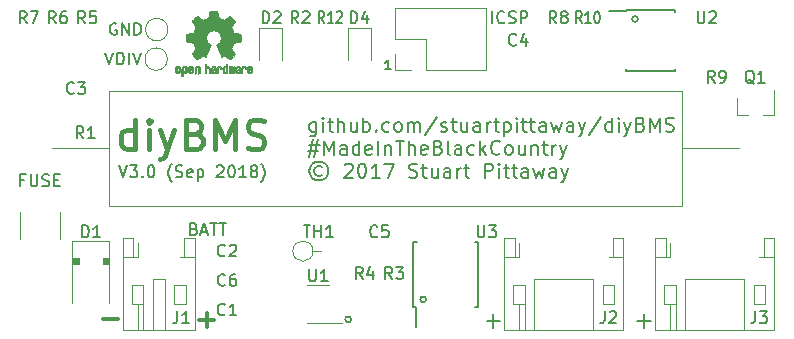
<source format=gto>
G04 #@! TF.GenerationSoftware,KiCad,Pcbnew,(5.0.0-rc2-160-g7b7355772)*
G04 #@! TF.CreationDate,2018-09-02T18:15:38+01:00*
G04 #@! TF.ProjectId,BMS_Cell_Module,424D535F43656C6C5F4D6F64756C652E,3.0*
G04 #@! TF.SameCoordinates,Original*
G04 #@! TF.FileFunction,Legend,Top*
G04 #@! TF.FilePolarity,Positive*
%FSLAX46Y46*%
G04 Gerber Fmt 4.6, Leading zero omitted, Abs format (unit mm)*
G04 Created by KiCad (PCBNEW (5.0.0-rc2-160-g7b7355772)) date 09/02/18 18:15:38*
%MOMM*%
%LPD*%
G01*
G04 APERTURE LIST*
%ADD10C,0.200000*%
%ADD11C,0.150000*%
%ADD12C,0.300000*%
%ADD13C,0.400000*%
%ADD14C,0.120000*%
%ADD15C,0.010000*%
G04 APERTURE END LIST*
D10*
X162721428Y-97857142D02*
X161578571Y-97857142D01*
X162150000Y-98428571D02*
X162150000Y-97285714D01*
X149971428Y-97857142D02*
X148828571Y-97857142D01*
X149400000Y-98428571D02*
X149400000Y-97285714D01*
D11*
X124065952Y-90068571D02*
X124208809Y-90116190D01*
X124256428Y-90163809D01*
X124304047Y-90259047D01*
X124304047Y-90401904D01*
X124256428Y-90497142D01*
X124208809Y-90544761D01*
X124113571Y-90592380D01*
X123732619Y-90592380D01*
X123732619Y-89592380D01*
X124065952Y-89592380D01*
X124161190Y-89640000D01*
X124208809Y-89687619D01*
X124256428Y-89782857D01*
X124256428Y-89878095D01*
X124208809Y-89973333D01*
X124161190Y-90020952D01*
X124065952Y-90068571D01*
X123732619Y-90068571D01*
X124685000Y-90306666D02*
X125161190Y-90306666D01*
X124589761Y-90592380D02*
X124923095Y-89592380D01*
X125256428Y-90592380D01*
X125446904Y-89592380D02*
X126018333Y-89592380D01*
X125732619Y-90592380D02*
X125732619Y-89592380D01*
X126208809Y-89592380D02*
X126780238Y-89592380D01*
X126494523Y-90592380D02*
X126494523Y-89592380D01*
X134397500Y-81042857D02*
X134397500Y-82014285D01*
X134340357Y-82128571D01*
X134283214Y-82185714D01*
X134168928Y-82242857D01*
X133997500Y-82242857D01*
X133883214Y-82185714D01*
X134397500Y-81785714D02*
X134283214Y-81842857D01*
X134054642Y-81842857D01*
X133940357Y-81785714D01*
X133883214Y-81728571D01*
X133826071Y-81614285D01*
X133826071Y-81271428D01*
X133883214Y-81157142D01*
X133940357Y-81100000D01*
X134054642Y-81042857D01*
X134283214Y-81042857D01*
X134397500Y-81100000D01*
X134968928Y-81842857D02*
X134968928Y-81042857D01*
X134968928Y-80642857D02*
X134911785Y-80700000D01*
X134968928Y-80757142D01*
X135026071Y-80700000D01*
X134968928Y-80642857D01*
X134968928Y-80757142D01*
X135368928Y-81042857D02*
X135826071Y-81042857D01*
X135540357Y-80642857D02*
X135540357Y-81671428D01*
X135597500Y-81785714D01*
X135711785Y-81842857D01*
X135826071Y-81842857D01*
X136226071Y-81842857D02*
X136226071Y-80642857D01*
X136740357Y-81842857D02*
X136740357Y-81214285D01*
X136683214Y-81100000D01*
X136568928Y-81042857D01*
X136397500Y-81042857D01*
X136283214Y-81100000D01*
X136226071Y-81157142D01*
X137826071Y-81042857D02*
X137826071Y-81842857D01*
X137311785Y-81042857D02*
X137311785Y-81671428D01*
X137368928Y-81785714D01*
X137483214Y-81842857D01*
X137654642Y-81842857D01*
X137768928Y-81785714D01*
X137826071Y-81728571D01*
X138397500Y-81842857D02*
X138397500Y-80642857D01*
X138397500Y-81100000D02*
X138511785Y-81042857D01*
X138740357Y-81042857D01*
X138854642Y-81100000D01*
X138911785Y-81157142D01*
X138968928Y-81271428D01*
X138968928Y-81614285D01*
X138911785Y-81728571D01*
X138854642Y-81785714D01*
X138740357Y-81842857D01*
X138511785Y-81842857D01*
X138397500Y-81785714D01*
X139483214Y-81728571D02*
X139540357Y-81785714D01*
X139483214Y-81842857D01*
X139426071Y-81785714D01*
X139483214Y-81728571D01*
X139483214Y-81842857D01*
X140568928Y-81785714D02*
X140454642Y-81842857D01*
X140226071Y-81842857D01*
X140111785Y-81785714D01*
X140054642Y-81728571D01*
X139997500Y-81614285D01*
X139997500Y-81271428D01*
X140054642Y-81157142D01*
X140111785Y-81100000D01*
X140226071Y-81042857D01*
X140454642Y-81042857D01*
X140568928Y-81100000D01*
X141254642Y-81842857D02*
X141140357Y-81785714D01*
X141083214Y-81728571D01*
X141026071Y-81614285D01*
X141026071Y-81271428D01*
X141083214Y-81157142D01*
X141140357Y-81100000D01*
X141254642Y-81042857D01*
X141426071Y-81042857D01*
X141540357Y-81100000D01*
X141597500Y-81157142D01*
X141654642Y-81271428D01*
X141654642Y-81614285D01*
X141597500Y-81728571D01*
X141540357Y-81785714D01*
X141426071Y-81842857D01*
X141254642Y-81842857D01*
X142168928Y-81842857D02*
X142168928Y-81042857D01*
X142168928Y-81157142D02*
X142226071Y-81100000D01*
X142340357Y-81042857D01*
X142511785Y-81042857D01*
X142626071Y-81100000D01*
X142683214Y-81214285D01*
X142683214Y-81842857D01*
X142683214Y-81214285D02*
X142740357Y-81100000D01*
X142854642Y-81042857D01*
X143026071Y-81042857D01*
X143140357Y-81100000D01*
X143197500Y-81214285D01*
X143197500Y-81842857D01*
X144626071Y-80585714D02*
X143597500Y-82128571D01*
X144968928Y-81785714D02*
X145083214Y-81842857D01*
X145311785Y-81842857D01*
X145426071Y-81785714D01*
X145483214Y-81671428D01*
X145483214Y-81614285D01*
X145426071Y-81500000D01*
X145311785Y-81442857D01*
X145140357Y-81442857D01*
X145026071Y-81385714D01*
X144968928Y-81271428D01*
X144968928Y-81214285D01*
X145026071Y-81100000D01*
X145140357Y-81042857D01*
X145311785Y-81042857D01*
X145426071Y-81100000D01*
X145826071Y-81042857D02*
X146283214Y-81042857D01*
X145997500Y-80642857D02*
X145997500Y-81671428D01*
X146054642Y-81785714D01*
X146168928Y-81842857D01*
X146283214Y-81842857D01*
X147197500Y-81042857D02*
X147197500Y-81842857D01*
X146683214Y-81042857D02*
X146683214Y-81671428D01*
X146740357Y-81785714D01*
X146854642Y-81842857D01*
X147026071Y-81842857D01*
X147140357Y-81785714D01*
X147197500Y-81728571D01*
X148283214Y-81842857D02*
X148283214Y-81214285D01*
X148226071Y-81100000D01*
X148111785Y-81042857D01*
X147883214Y-81042857D01*
X147768928Y-81100000D01*
X148283214Y-81785714D02*
X148168928Y-81842857D01*
X147883214Y-81842857D01*
X147768928Y-81785714D01*
X147711785Y-81671428D01*
X147711785Y-81557142D01*
X147768928Y-81442857D01*
X147883214Y-81385714D01*
X148168928Y-81385714D01*
X148283214Y-81328571D01*
X148854642Y-81842857D02*
X148854642Y-81042857D01*
X148854642Y-81271428D02*
X148911785Y-81157142D01*
X148968928Y-81100000D01*
X149083214Y-81042857D01*
X149197500Y-81042857D01*
X149426071Y-81042857D02*
X149883214Y-81042857D01*
X149597500Y-80642857D02*
X149597500Y-81671428D01*
X149654642Y-81785714D01*
X149768928Y-81842857D01*
X149883214Y-81842857D01*
X150283214Y-81042857D02*
X150283214Y-82242857D01*
X150283214Y-81100000D02*
X150397500Y-81042857D01*
X150626071Y-81042857D01*
X150740357Y-81100000D01*
X150797500Y-81157142D01*
X150854642Y-81271428D01*
X150854642Y-81614285D01*
X150797500Y-81728571D01*
X150740357Y-81785714D01*
X150626071Y-81842857D01*
X150397500Y-81842857D01*
X150283214Y-81785714D01*
X151368928Y-81842857D02*
X151368928Y-81042857D01*
X151368928Y-80642857D02*
X151311785Y-80700000D01*
X151368928Y-80757142D01*
X151426071Y-80700000D01*
X151368928Y-80642857D01*
X151368928Y-80757142D01*
X151768928Y-81042857D02*
X152226071Y-81042857D01*
X151940357Y-80642857D02*
X151940357Y-81671428D01*
X151997500Y-81785714D01*
X152111785Y-81842857D01*
X152226071Y-81842857D01*
X152454642Y-81042857D02*
X152911785Y-81042857D01*
X152626071Y-80642857D02*
X152626071Y-81671428D01*
X152683214Y-81785714D01*
X152797500Y-81842857D01*
X152911785Y-81842857D01*
X153826071Y-81842857D02*
X153826071Y-81214285D01*
X153768928Y-81100000D01*
X153654642Y-81042857D01*
X153426071Y-81042857D01*
X153311785Y-81100000D01*
X153826071Y-81785714D02*
X153711785Y-81842857D01*
X153426071Y-81842857D01*
X153311785Y-81785714D01*
X153254642Y-81671428D01*
X153254642Y-81557142D01*
X153311785Y-81442857D01*
X153426071Y-81385714D01*
X153711785Y-81385714D01*
X153826071Y-81328571D01*
X154283214Y-81042857D02*
X154511785Y-81842857D01*
X154740357Y-81271428D01*
X154968928Y-81842857D01*
X155197500Y-81042857D01*
X156168928Y-81842857D02*
X156168928Y-81214285D01*
X156111785Y-81100000D01*
X155997500Y-81042857D01*
X155768928Y-81042857D01*
X155654642Y-81100000D01*
X156168928Y-81785714D02*
X156054642Y-81842857D01*
X155768928Y-81842857D01*
X155654642Y-81785714D01*
X155597500Y-81671428D01*
X155597500Y-81557142D01*
X155654642Y-81442857D01*
X155768928Y-81385714D01*
X156054642Y-81385714D01*
X156168928Y-81328571D01*
X156626071Y-81042857D02*
X156911785Y-81842857D01*
X157197500Y-81042857D02*
X156911785Y-81842857D01*
X156797500Y-82128571D01*
X156740357Y-82185714D01*
X156626071Y-82242857D01*
X158511785Y-80585714D02*
X157483214Y-82128571D01*
X159426071Y-81842857D02*
X159426071Y-80642857D01*
X159426071Y-81785714D02*
X159311785Y-81842857D01*
X159083214Y-81842857D01*
X158968928Y-81785714D01*
X158911785Y-81728571D01*
X158854642Y-81614285D01*
X158854642Y-81271428D01*
X158911785Y-81157142D01*
X158968928Y-81100000D01*
X159083214Y-81042857D01*
X159311785Y-81042857D01*
X159426071Y-81100000D01*
X159997500Y-81842857D02*
X159997500Y-81042857D01*
X159997500Y-80642857D02*
X159940357Y-80700000D01*
X159997500Y-80757142D01*
X160054642Y-80700000D01*
X159997500Y-80642857D01*
X159997500Y-80757142D01*
X160454642Y-81042857D02*
X160740357Y-81842857D01*
X161026071Y-81042857D02*
X160740357Y-81842857D01*
X160626071Y-82128571D01*
X160568928Y-82185714D01*
X160454642Y-82242857D01*
X161883214Y-81214285D02*
X162054642Y-81271428D01*
X162111785Y-81328571D01*
X162168928Y-81442857D01*
X162168928Y-81614285D01*
X162111785Y-81728571D01*
X162054642Y-81785714D01*
X161940357Y-81842857D01*
X161483214Y-81842857D01*
X161483214Y-80642857D01*
X161883214Y-80642857D01*
X161997500Y-80700000D01*
X162054642Y-80757142D01*
X162111785Y-80871428D01*
X162111785Y-80985714D01*
X162054642Y-81100000D01*
X161997500Y-81157142D01*
X161883214Y-81214285D01*
X161483214Y-81214285D01*
X162683214Y-81842857D02*
X162683214Y-80642857D01*
X163083214Y-81500000D01*
X163483214Y-80642857D01*
X163483214Y-81842857D01*
X163997500Y-81785714D02*
X164168928Y-81842857D01*
X164454642Y-81842857D01*
X164568928Y-81785714D01*
X164626071Y-81728571D01*
X164683214Y-81614285D01*
X164683214Y-81500000D01*
X164626071Y-81385714D01*
X164568928Y-81328571D01*
X164454642Y-81271428D01*
X164226071Y-81214285D01*
X164111785Y-81157142D01*
X164054642Y-81100000D01*
X163997500Y-80985714D01*
X163997500Y-80871428D01*
X164054642Y-80757142D01*
X164111785Y-80700000D01*
X164226071Y-80642857D01*
X164511785Y-80642857D01*
X164683214Y-80700000D01*
X133826071Y-82992857D02*
X134683214Y-82992857D01*
X134168928Y-82478571D02*
X133826071Y-84021428D01*
X134568928Y-83507142D02*
X133711785Y-83507142D01*
X134226071Y-84021428D02*
X134568928Y-82478571D01*
X135083214Y-83792857D02*
X135083214Y-82592857D01*
X135483214Y-83450000D01*
X135883214Y-82592857D01*
X135883214Y-83792857D01*
X136968928Y-83792857D02*
X136968928Y-83164285D01*
X136911785Y-83050000D01*
X136797500Y-82992857D01*
X136568928Y-82992857D01*
X136454642Y-83050000D01*
X136968928Y-83735714D02*
X136854642Y-83792857D01*
X136568928Y-83792857D01*
X136454642Y-83735714D01*
X136397500Y-83621428D01*
X136397500Y-83507142D01*
X136454642Y-83392857D01*
X136568928Y-83335714D01*
X136854642Y-83335714D01*
X136968928Y-83278571D01*
X138054642Y-83792857D02*
X138054642Y-82592857D01*
X138054642Y-83735714D02*
X137940357Y-83792857D01*
X137711785Y-83792857D01*
X137597500Y-83735714D01*
X137540357Y-83678571D01*
X137483214Y-83564285D01*
X137483214Y-83221428D01*
X137540357Y-83107142D01*
X137597500Y-83050000D01*
X137711785Y-82992857D01*
X137940357Y-82992857D01*
X138054642Y-83050000D01*
X139083214Y-83735714D02*
X138968928Y-83792857D01*
X138740357Y-83792857D01*
X138626071Y-83735714D01*
X138568928Y-83621428D01*
X138568928Y-83164285D01*
X138626071Y-83050000D01*
X138740357Y-82992857D01*
X138968928Y-82992857D01*
X139083214Y-83050000D01*
X139140357Y-83164285D01*
X139140357Y-83278571D01*
X138568928Y-83392857D01*
X139654642Y-83792857D02*
X139654642Y-82592857D01*
X140226071Y-82992857D02*
X140226071Y-83792857D01*
X140226071Y-83107142D02*
X140283214Y-83050000D01*
X140397500Y-82992857D01*
X140568928Y-82992857D01*
X140683214Y-83050000D01*
X140740357Y-83164285D01*
X140740357Y-83792857D01*
X141140357Y-82592857D02*
X141826071Y-82592857D01*
X141483214Y-83792857D02*
X141483214Y-82592857D01*
X142226071Y-83792857D02*
X142226071Y-82592857D01*
X142740357Y-83792857D02*
X142740357Y-83164285D01*
X142683214Y-83050000D01*
X142568928Y-82992857D01*
X142397500Y-82992857D01*
X142283214Y-83050000D01*
X142226071Y-83107142D01*
X143768928Y-83735714D02*
X143654642Y-83792857D01*
X143426071Y-83792857D01*
X143311785Y-83735714D01*
X143254642Y-83621428D01*
X143254642Y-83164285D01*
X143311785Y-83050000D01*
X143426071Y-82992857D01*
X143654642Y-82992857D01*
X143768928Y-83050000D01*
X143826071Y-83164285D01*
X143826071Y-83278571D01*
X143254642Y-83392857D01*
X144740357Y-83164285D02*
X144911785Y-83221428D01*
X144968928Y-83278571D01*
X145026071Y-83392857D01*
X145026071Y-83564285D01*
X144968928Y-83678571D01*
X144911785Y-83735714D01*
X144797500Y-83792857D01*
X144340357Y-83792857D01*
X144340357Y-82592857D01*
X144740357Y-82592857D01*
X144854642Y-82650000D01*
X144911785Y-82707142D01*
X144968928Y-82821428D01*
X144968928Y-82935714D01*
X144911785Y-83050000D01*
X144854642Y-83107142D01*
X144740357Y-83164285D01*
X144340357Y-83164285D01*
X145711785Y-83792857D02*
X145597500Y-83735714D01*
X145540357Y-83621428D01*
X145540357Y-82592857D01*
X146683214Y-83792857D02*
X146683214Y-83164285D01*
X146626071Y-83050000D01*
X146511785Y-82992857D01*
X146283214Y-82992857D01*
X146168928Y-83050000D01*
X146683214Y-83735714D02*
X146568928Y-83792857D01*
X146283214Y-83792857D01*
X146168928Y-83735714D01*
X146111785Y-83621428D01*
X146111785Y-83507142D01*
X146168928Y-83392857D01*
X146283214Y-83335714D01*
X146568928Y-83335714D01*
X146683214Y-83278571D01*
X147768928Y-83735714D02*
X147654642Y-83792857D01*
X147426071Y-83792857D01*
X147311785Y-83735714D01*
X147254642Y-83678571D01*
X147197500Y-83564285D01*
X147197500Y-83221428D01*
X147254642Y-83107142D01*
X147311785Y-83050000D01*
X147426071Y-82992857D01*
X147654642Y-82992857D01*
X147768928Y-83050000D01*
X148283214Y-83792857D02*
X148283214Y-82592857D01*
X148397500Y-83335714D02*
X148740357Y-83792857D01*
X148740357Y-82992857D02*
X148283214Y-83450000D01*
X149940357Y-83678571D02*
X149883214Y-83735714D01*
X149711785Y-83792857D01*
X149597500Y-83792857D01*
X149426071Y-83735714D01*
X149311785Y-83621428D01*
X149254642Y-83507142D01*
X149197500Y-83278571D01*
X149197500Y-83107142D01*
X149254642Y-82878571D01*
X149311785Y-82764285D01*
X149426071Y-82650000D01*
X149597500Y-82592857D01*
X149711785Y-82592857D01*
X149883214Y-82650000D01*
X149940357Y-82707142D01*
X150626071Y-83792857D02*
X150511785Y-83735714D01*
X150454642Y-83678571D01*
X150397500Y-83564285D01*
X150397500Y-83221428D01*
X150454642Y-83107142D01*
X150511785Y-83050000D01*
X150626071Y-82992857D01*
X150797500Y-82992857D01*
X150911785Y-83050000D01*
X150968928Y-83107142D01*
X151026071Y-83221428D01*
X151026071Y-83564285D01*
X150968928Y-83678571D01*
X150911785Y-83735714D01*
X150797500Y-83792857D01*
X150626071Y-83792857D01*
X152054642Y-82992857D02*
X152054642Y-83792857D01*
X151540357Y-82992857D02*
X151540357Y-83621428D01*
X151597500Y-83735714D01*
X151711785Y-83792857D01*
X151883214Y-83792857D01*
X151997500Y-83735714D01*
X152054642Y-83678571D01*
X152626071Y-82992857D02*
X152626071Y-83792857D01*
X152626071Y-83107142D02*
X152683214Y-83050000D01*
X152797500Y-82992857D01*
X152968928Y-82992857D01*
X153083214Y-83050000D01*
X153140357Y-83164285D01*
X153140357Y-83792857D01*
X153540357Y-82992857D02*
X153997500Y-82992857D01*
X153711785Y-82592857D02*
X153711785Y-83621428D01*
X153768928Y-83735714D01*
X153883214Y-83792857D01*
X153997500Y-83792857D01*
X154397500Y-83792857D02*
X154397500Y-82992857D01*
X154397500Y-83221428D02*
X154454642Y-83107142D01*
X154511785Y-83050000D01*
X154626071Y-82992857D01*
X154740357Y-82992857D01*
X155026071Y-82992857D02*
X155311785Y-83792857D01*
X155597500Y-82992857D02*
X155311785Y-83792857D01*
X155197500Y-84078571D01*
X155140357Y-84135714D01*
X155026071Y-84192857D01*
X134854642Y-84828571D02*
X134740357Y-84771428D01*
X134511785Y-84771428D01*
X134397500Y-84828571D01*
X134283214Y-84942857D01*
X134226071Y-85057142D01*
X134226071Y-85285714D01*
X134283214Y-85400000D01*
X134397500Y-85514285D01*
X134511785Y-85571428D01*
X134740357Y-85571428D01*
X134854642Y-85514285D01*
X134626071Y-84371428D02*
X134340357Y-84428571D01*
X134054642Y-84600000D01*
X133883214Y-84885714D01*
X133826071Y-85171428D01*
X133883214Y-85457142D01*
X134054642Y-85742857D01*
X134340357Y-85914285D01*
X134626071Y-85971428D01*
X134911785Y-85914285D01*
X135197500Y-85742857D01*
X135368928Y-85457142D01*
X135426071Y-85171428D01*
X135368928Y-84885714D01*
X135197500Y-84600000D01*
X134911785Y-84428571D01*
X134626071Y-84371428D01*
X136797500Y-84657142D02*
X136854642Y-84600000D01*
X136968928Y-84542857D01*
X137254642Y-84542857D01*
X137368928Y-84600000D01*
X137426071Y-84657142D01*
X137483214Y-84771428D01*
X137483214Y-84885714D01*
X137426071Y-85057142D01*
X136740357Y-85742857D01*
X137483214Y-85742857D01*
X138226071Y-84542857D02*
X138340357Y-84542857D01*
X138454642Y-84600000D01*
X138511785Y-84657142D01*
X138568928Y-84771428D01*
X138626071Y-85000000D01*
X138626071Y-85285714D01*
X138568928Y-85514285D01*
X138511785Y-85628571D01*
X138454642Y-85685714D01*
X138340357Y-85742857D01*
X138226071Y-85742857D01*
X138111785Y-85685714D01*
X138054642Y-85628571D01*
X137997500Y-85514285D01*
X137940357Y-85285714D01*
X137940357Y-85000000D01*
X137997500Y-84771428D01*
X138054642Y-84657142D01*
X138111785Y-84600000D01*
X138226071Y-84542857D01*
X139768928Y-85742857D02*
X139083214Y-85742857D01*
X139426071Y-85742857D02*
X139426071Y-84542857D01*
X139311785Y-84714285D01*
X139197500Y-84828571D01*
X139083214Y-84885714D01*
X140168928Y-84542857D02*
X140968928Y-84542857D01*
X140454642Y-85742857D01*
X142283214Y-85685714D02*
X142454642Y-85742857D01*
X142740357Y-85742857D01*
X142854642Y-85685714D01*
X142911785Y-85628571D01*
X142968928Y-85514285D01*
X142968928Y-85400000D01*
X142911785Y-85285714D01*
X142854642Y-85228571D01*
X142740357Y-85171428D01*
X142511785Y-85114285D01*
X142397500Y-85057142D01*
X142340357Y-85000000D01*
X142283214Y-84885714D01*
X142283214Y-84771428D01*
X142340357Y-84657142D01*
X142397500Y-84600000D01*
X142511785Y-84542857D01*
X142797500Y-84542857D01*
X142968928Y-84600000D01*
X143311785Y-84942857D02*
X143768928Y-84942857D01*
X143483214Y-84542857D02*
X143483214Y-85571428D01*
X143540357Y-85685714D01*
X143654642Y-85742857D01*
X143768928Y-85742857D01*
X144683214Y-84942857D02*
X144683214Y-85742857D01*
X144168928Y-84942857D02*
X144168928Y-85571428D01*
X144226071Y-85685714D01*
X144340357Y-85742857D01*
X144511785Y-85742857D01*
X144626071Y-85685714D01*
X144683214Y-85628571D01*
X145768928Y-85742857D02*
X145768928Y-85114285D01*
X145711785Y-85000000D01*
X145597500Y-84942857D01*
X145368928Y-84942857D01*
X145254642Y-85000000D01*
X145768928Y-85685714D02*
X145654642Y-85742857D01*
X145368928Y-85742857D01*
X145254642Y-85685714D01*
X145197500Y-85571428D01*
X145197500Y-85457142D01*
X145254642Y-85342857D01*
X145368928Y-85285714D01*
X145654642Y-85285714D01*
X145768928Y-85228571D01*
X146340357Y-85742857D02*
X146340357Y-84942857D01*
X146340357Y-85171428D02*
X146397500Y-85057142D01*
X146454642Y-85000000D01*
X146568928Y-84942857D01*
X146683214Y-84942857D01*
X146911785Y-84942857D02*
X147368928Y-84942857D01*
X147083214Y-84542857D02*
X147083214Y-85571428D01*
X147140357Y-85685714D01*
X147254642Y-85742857D01*
X147368928Y-85742857D01*
X148683214Y-85742857D02*
X148683214Y-84542857D01*
X149140357Y-84542857D01*
X149254642Y-84600000D01*
X149311785Y-84657142D01*
X149368928Y-84771428D01*
X149368928Y-84942857D01*
X149311785Y-85057142D01*
X149254642Y-85114285D01*
X149140357Y-85171428D01*
X148683214Y-85171428D01*
X149883214Y-85742857D02*
X149883214Y-84942857D01*
X149883214Y-84542857D02*
X149826071Y-84600000D01*
X149883214Y-84657142D01*
X149940357Y-84600000D01*
X149883214Y-84542857D01*
X149883214Y-84657142D01*
X150283214Y-84942857D02*
X150740357Y-84942857D01*
X150454642Y-84542857D02*
X150454642Y-85571428D01*
X150511785Y-85685714D01*
X150626071Y-85742857D01*
X150740357Y-85742857D01*
X150968928Y-84942857D02*
X151426071Y-84942857D01*
X151140357Y-84542857D02*
X151140357Y-85571428D01*
X151197500Y-85685714D01*
X151311785Y-85742857D01*
X151426071Y-85742857D01*
X152340357Y-85742857D02*
X152340357Y-85114285D01*
X152283214Y-85000000D01*
X152168928Y-84942857D01*
X151940357Y-84942857D01*
X151826071Y-85000000D01*
X152340357Y-85685714D02*
X152226071Y-85742857D01*
X151940357Y-85742857D01*
X151826071Y-85685714D01*
X151768928Y-85571428D01*
X151768928Y-85457142D01*
X151826071Y-85342857D01*
X151940357Y-85285714D01*
X152226071Y-85285714D01*
X152340357Y-85228571D01*
X152797500Y-84942857D02*
X153026071Y-85742857D01*
X153254642Y-85171428D01*
X153483214Y-85742857D01*
X153711785Y-84942857D01*
X154683214Y-85742857D02*
X154683214Y-85114285D01*
X154626071Y-85000000D01*
X154511785Y-84942857D01*
X154283214Y-84942857D01*
X154168928Y-85000000D01*
X154683214Y-85685714D02*
X154568928Y-85742857D01*
X154283214Y-85742857D01*
X154168928Y-85685714D01*
X154111785Y-85571428D01*
X154111785Y-85457142D01*
X154168928Y-85342857D01*
X154283214Y-85285714D01*
X154568928Y-85285714D01*
X154683214Y-85228571D01*
X155140357Y-84942857D02*
X155426071Y-85742857D01*
X155711785Y-84942857D02*
X155426071Y-85742857D01*
X155311785Y-86028571D01*
X155254642Y-86085714D01*
X155140357Y-86142857D01*
X137350000Y-97740000D02*
G75*
G03X137350000Y-97740000I-250000J0D01*
G01*
X140718571Y-76561904D02*
X140261428Y-76561904D01*
X140490000Y-76561904D02*
X140490000Y-75761904D01*
X140413809Y-75876190D01*
X140337619Y-75952380D01*
X140261428Y-75990476D01*
D12*
X124515476Y-97789285D02*
X125734523Y-97789285D01*
X125125000Y-98398809D02*
X125125000Y-97179761D01*
D11*
X143710000Y-96040000D02*
G75*
G03X143710000Y-96040000I-250000J0D01*
G01*
X161650000Y-72300000D02*
G75*
G03X161650000Y-72300000I-250000J0D01*
G01*
X109690476Y-85928571D02*
X109357142Y-85928571D01*
X109357142Y-86452380D02*
X109357142Y-85452380D01*
X109833333Y-85452380D01*
X110214285Y-85452380D02*
X110214285Y-86261904D01*
X110261904Y-86357142D01*
X110309523Y-86404761D01*
X110404761Y-86452380D01*
X110595238Y-86452380D01*
X110690476Y-86404761D01*
X110738095Y-86357142D01*
X110785714Y-86261904D01*
X110785714Y-85452380D01*
X111214285Y-86404761D02*
X111357142Y-86452380D01*
X111595238Y-86452380D01*
X111690476Y-86404761D01*
X111738095Y-86357142D01*
X111785714Y-86261904D01*
X111785714Y-86166666D01*
X111738095Y-86071428D01*
X111690476Y-86023809D01*
X111595238Y-85976190D01*
X111404761Y-85928571D01*
X111309523Y-85880952D01*
X111261904Y-85833333D01*
X111214285Y-85738095D01*
X111214285Y-85642857D01*
X111261904Y-85547619D01*
X111309523Y-85500000D01*
X111404761Y-85452380D01*
X111642857Y-85452380D01*
X111785714Y-85500000D01*
X112214285Y-85928571D02*
X112547619Y-85928571D01*
X112690476Y-86452380D02*
X112214285Y-86452380D01*
X112214285Y-85452380D01*
X112690476Y-85452380D01*
X117745714Y-84702380D02*
X118079047Y-85702380D01*
X118412380Y-84702380D01*
X118650476Y-84702380D02*
X119269523Y-84702380D01*
X118936190Y-85083333D01*
X119079047Y-85083333D01*
X119174285Y-85130952D01*
X119221904Y-85178571D01*
X119269523Y-85273809D01*
X119269523Y-85511904D01*
X119221904Y-85607142D01*
X119174285Y-85654761D01*
X119079047Y-85702380D01*
X118793333Y-85702380D01*
X118698095Y-85654761D01*
X118650476Y-85607142D01*
X119698095Y-85607142D02*
X119745714Y-85654761D01*
X119698095Y-85702380D01*
X119650476Y-85654761D01*
X119698095Y-85607142D01*
X119698095Y-85702380D01*
X120364761Y-84702380D02*
X120460000Y-84702380D01*
X120555238Y-84750000D01*
X120602857Y-84797619D01*
X120650476Y-84892857D01*
X120698095Y-85083333D01*
X120698095Y-85321428D01*
X120650476Y-85511904D01*
X120602857Y-85607142D01*
X120555238Y-85654761D01*
X120460000Y-85702380D01*
X120364761Y-85702380D01*
X120269523Y-85654761D01*
X120221904Y-85607142D01*
X120174285Y-85511904D01*
X120126666Y-85321428D01*
X120126666Y-85083333D01*
X120174285Y-84892857D01*
X120221904Y-84797619D01*
X120269523Y-84750000D01*
X120364761Y-84702380D01*
X122174285Y-86083333D02*
X122126666Y-86035714D01*
X122031428Y-85892857D01*
X121983809Y-85797619D01*
X121936190Y-85654761D01*
X121888571Y-85416666D01*
X121888571Y-85226190D01*
X121936190Y-84988095D01*
X121983809Y-84845238D01*
X122031428Y-84750000D01*
X122126666Y-84607142D01*
X122174285Y-84559523D01*
X122507619Y-85654761D02*
X122650476Y-85702380D01*
X122888571Y-85702380D01*
X122983809Y-85654761D01*
X123031428Y-85607142D01*
X123079047Y-85511904D01*
X123079047Y-85416666D01*
X123031428Y-85321428D01*
X122983809Y-85273809D01*
X122888571Y-85226190D01*
X122698095Y-85178571D01*
X122602857Y-85130952D01*
X122555238Y-85083333D01*
X122507619Y-84988095D01*
X122507619Y-84892857D01*
X122555238Y-84797619D01*
X122602857Y-84750000D01*
X122698095Y-84702380D01*
X122936190Y-84702380D01*
X123079047Y-84750000D01*
X123888571Y-85654761D02*
X123793333Y-85702380D01*
X123602857Y-85702380D01*
X123507619Y-85654761D01*
X123460000Y-85559523D01*
X123460000Y-85178571D01*
X123507619Y-85083333D01*
X123602857Y-85035714D01*
X123793333Y-85035714D01*
X123888571Y-85083333D01*
X123936190Y-85178571D01*
X123936190Y-85273809D01*
X123460000Y-85369047D01*
X124364761Y-85035714D02*
X124364761Y-86035714D01*
X124364761Y-85083333D02*
X124460000Y-85035714D01*
X124650476Y-85035714D01*
X124745714Y-85083333D01*
X124793333Y-85130952D01*
X124840952Y-85226190D01*
X124840952Y-85511904D01*
X124793333Y-85607142D01*
X124745714Y-85654761D01*
X124650476Y-85702380D01*
X124460000Y-85702380D01*
X124364761Y-85654761D01*
X125983809Y-84797619D02*
X126031428Y-84750000D01*
X126126666Y-84702380D01*
X126364761Y-84702380D01*
X126460000Y-84750000D01*
X126507619Y-84797619D01*
X126555238Y-84892857D01*
X126555238Y-84988095D01*
X126507619Y-85130952D01*
X125936190Y-85702380D01*
X126555238Y-85702380D01*
X127174285Y-84702380D02*
X127269523Y-84702380D01*
X127364761Y-84750000D01*
X127412380Y-84797619D01*
X127460000Y-84892857D01*
X127507619Y-85083333D01*
X127507619Y-85321428D01*
X127460000Y-85511904D01*
X127412380Y-85607142D01*
X127364761Y-85654761D01*
X127269523Y-85702380D01*
X127174285Y-85702380D01*
X127079047Y-85654761D01*
X127031428Y-85607142D01*
X126983809Y-85511904D01*
X126936190Y-85321428D01*
X126936190Y-85083333D01*
X126983809Y-84892857D01*
X127031428Y-84797619D01*
X127079047Y-84750000D01*
X127174285Y-84702380D01*
X128460000Y-85702380D02*
X127888571Y-85702380D01*
X128174285Y-85702380D02*
X128174285Y-84702380D01*
X128079047Y-84845238D01*
X127983809Y-84940476D01*
X127888571Y-84988095D01*
X129031428Y-85130952D02*
X128936190Y-85083333D01*
X128888571Y-85035714D01*
X128840952Y-84940476D01*
X128840952Y-84892857D01*
X128888571Y-84797619D01*
X128936190Y-84750000D01*
X129031428Y-84702380D01*
X129221904Y-84702380D01*
X129317142Y-84750000D01*
X129364761Y-84797619D01*
X129412380Y-84892857D01*
X129412380Y-84940476D01*
X129364761Y-85035714D01*
X129317142Y-85083333D01*
X129221904Y-85130952D01*
X129031428Y-85130952D01*
X128936190Y-85178571D01*
X128888571Y-85226190D01*
X128840952Y-85321428D01*
X128840952Y-85511904D01*
X128888571Y-85607142D01*
X128936190Y-85654761D01*
X129031428Y-85702380D01*
X129221904Y-85702380D01*
X129317142Y-85654761D01*
X129364761Y-85607142D01*
X129412380Y-85511904D01*
X129412380Y-85321428D01*
X129364761Y-85226190D01*
X129317142Y-85178571D01*
X129221904Y-85130952D01*
X129745714Y-86083333D02*
X129793333Y-86035714D01*
X129888571Y-85892857D01*
X129936190Y-85797619D01*
X129983809Y-85654761D01*
X130031428Y-85416666D01*
X130031428Y-85226190D01*
X129983809Y-84988095D01*
X129936190Y-84845238D01*
X129888571Y-84750000D01*
X129793333Y-84607142D01*
X129745714Y-84559523D01*
D13*
X119069047Y-83330952D02*
X119069047Y-80830952D01*
X119069047Y-83211904D02*
X118830952Y-83330952D01*
X118354761Y-83330952D01*
X118116666Y-83211904D01*
X117997619Y-83092857D01*
X117878571Y-82854761D01*
X117878571Y-82140476D01*
X117997619Y-81902380D01*
X118116666Y-81783333D01*
X118354761Y-81664285D01*
X118830952Y-81664285D01*
X119069047Y-81783333D01*
X120259523Y-83330952D02*
X120259523Y-81664285D01*
X120259523Y-80830952D02*
X120140476Y-80950000D01*
X120259523Y-81069047D01*
X120378571Y-80950000D01*
X120259523Y-80830952D01*
X120259523Y-81069047D01*
X121211904Y-81664285D02*
X121807142Y-83330952D01*
X122402380Y-81664285D02*
X121807142Y-83330952D01*
X121569047Y-83926190D01*
X121450000Y-84045238D01*
X121211904Y-84164285D01*
X124188095Y-82021428D02*
X124545238Y-82140476D01*
X124664285Y-82259523D01*
X124783333Y-82497619D01*
X124783333Y-82854761D01*
X124664285Y-83092857D01*
X124545238Y-83211904D01*
X124307142Y-83330952D01*
X123354761Y-83330952D01*
X123354761Y-80830952D01*
X124188095Y-80830952D01*
X124426190Y-80950000D01*
X124545238Y-81069047D01*
X124664285Y-81307142D01*
X124664285Y-81545238D01*
X124545238Y-81783333D01*
X124426190Y-81902380D01*
X124188095Y-82021428D01*
X123354761Y-82021428D01*
X125854761Y-83330952D02*
X125854761Y-80830952D01*
X126688095Y-82616666D01*
X127521428Y-80830952D01*
X127521428Y-83330952D01*
X128592857Y-83211904D02*
X128950000Y-83330952D01*
X129545238Y-83330952D01*
X129783333Y-83211904D01*
X129902380Y-83092857D01*
X130021428Y-82854761D01*
X130021428Y-82616666D01*
X129902380Y-82378571D01*
X129783333Y-82259523D01*
X129545238Y-82140476D01*
X129069047Y-82021428D01*
X128830952Y-81902380D01*
X128711904Y-81783333D01*
X128592857Y-81545238D01*
X128592857Y-81307142D01*
X128711904Y-81069047D01*
X128830952Y-80950000D01*
X129069047Y-80830952D01*
X129664285Y-80830952D01*
X130021428Y-80950000D01*
D12*
X116365476Y-97739285D02*
X117584523Y-97739285D01*
D14*
G04 #@! TO.C,F1*
X112710000Y-88670000D02*
X112710000Y-90930000D01*
X109290000Y-88670000D02*
X109290000Y-90930000D01*
G04 #@! TO.C,R1*
X112020000Y-83250000D02*
X116860000Y-83250000D01*
X170220000Y-83250000D02*
X165380000Y-83250000D01*
X116860000Y-88100000D02*
X165380000Y-88100000D01*
X116860000Y-78400000D02*
X116860000Y-88100000D01*
X165380000Y-78400000D02*
X116860000Y-78400000D01*
X165380000Y-88100000D02*
X165380000Y-78400000D01*
G04 #@! TO.C,D1*
G36*
X114315000Y-92520000D02*
X114315000Y-93020000D01*
X113765000Y-93020000D01*
X113765000Y-92520000D01*
X114315000Y-92520000D01*
G37*
X114315000Y-92520000D02*
X114315000Y-93020000D01*
X113765000Y-93020000D01*
X113765000Y-92520000D01*
X114315000Y-92520000D01*
G36*
X116865000Y-92520000D02*
X116865000Y-93020000D01*
X116315000Y-93020000D01*
X116315000Y-92520000D01*
X116865000Y-92520000D01*
G37*
X116865000Y-92520000D02*
X116865000Y-93020000D01*
X116315000Y-93020000D01*
X116315000Y-92520000D01*
X116865000Y-92520000D01*
X113765000Y-91120000D02*
X113765000Y-96370000D01*
X116815000Y-91070000D02*
X113765000Y-91070000D01*
X116865000Y-96370000D02*
X116865000Y-91120000D01*
D11*
G04 #@! TO.C,U2*
X160605000Y-71615000D02*
X159205000Y-71615000D01*
X160605000Y-76715000D02*
X164755000Y-76715000D01*
X160605000Y-71565000D02*
X164755000Y-71565000D01*
X160605000Y-76715000D02*
X160605000Y-76570000D01*
X164755000Y-76715000D02*
X164755000Y-76570000D01*
X164755000Y-71565000D02*
X164755000Y-71710000D01*
X160605000Y-71565000D02*
X160605000Y-71615000D01*
G04 #@! TO.C,U3*
X142820000Y-96670000D02*
X142820000Y-98420000D01*
X148125000Y-96670000D02*
X148125000Y-91170000D01*
X142615000Y-96670000D02*
X142615000Y-91170000D01*
X148125000Y-96670000D02*
X147825000Y-96670000D01*
X148125000Y-91170000D02*
X147825000Y-91170000D01*
X142615000Y-91170000D02*
X142915000Y-91170000D01*
X142615000Y-96670000D02*
X142820000Y-96670000D01*
D14*
G04 #@! TO.C,Q1*
X169990000Y-80450000D02*
X169990000Y-78990000D01*
X173150000Y-80450000D02*
X173150000Y-78290000D01*
X173150000Y-80450000D02*
X172220000Y-80450000D01*
X169990000Y-80450000D02*
X170920000Y-80450000D01*
G04 #@! TO.C,TP1*
X121800000Y-75700000D02*
G75*
G03X121800000Y-75700000I-950000J0D01*
G01*
G04 #@! TO.C,TP2*
X121850000Y-73200000D02*
G75*
G03X121850000Y-73200000I-950000J0D01*
G01*
G04 #@! TO.C,D2*
X129590000Y-73065000D02*
X129590000Y-75750000D01*
X131510000Y-73065000D02*
X129590000Y-73065000D01*
X131510000Y-75750000D02*
X131510000Y-73065000D01*
G04 #@! TO.C,D4*
X139010000Y-75750000D02*
X139010000Y-73065000D01*
X139010000Y-73065000D02*
X137090000Y-73065000D01*
X137090000Y-73065000D02*
X137090000Y-75750000D01*
G04 #@! TO.C,J2*
X152850000Y-98650000D02*
X152850000Y-94300000D01*
X152850000Y-94300000D02*
X157850000Y-94300000D01*
X157850000Y-94300000D02*
X157850000Y-98650000D01*
X151550000Y-92450000D02*
X151200000Y-92450000D01*
X151200000Y-92450000D02*
X151200000Y-90850000D01*
X151200000Y-90850000D02*
X150300000Y-90850000D01*
X150300000Y-90850000D02*
X150300000Y-98650000D01*
X150300000Y-98650000D02*
X160400000Y-98650000D01*
X160400000Y-98650000D02*
X160400000Y-90850000D01*
X160400000Y-90850000D02*
X159500000Y-90850000D01*
X159500000Y-90850000D02*
X159500000Y-92450000D01*
X159500000Y-92450000D02*
X159150000Y-92450000D01*
X150300000Y-92450000D02*
X151200000Y-92450000D01*
X160400000Y-92450000D02*
X159500000Y-92450000D01*
X151050000Y-94800000D02*
X151050000Y-96400000D01*
X151050000Y-96400000D02*
X152050000Y-96400000D01*
X152050000Y-96400000D02*
X152050000Y-94800000D01*
X152050000Y-94800000D02*
X151050000Y-94800000D01*
X159650000Y-94800000D02*
X159650000Y-96400000D01*
X159650000Y-96400000D02*
X158650000Y-96400000D01*
X158650000Y-96400000D02*
X158650000Y-94800000D01*
X158650000Y-94800000D02*
X159650000Y-94800000D01*
X152050000Y-96400000D02*
X152050000Y-98650000D01*
X151550000Y-96400000D02*
X151550000Y-98650000D01*
X151550000Y-92450000D02*
X151550000Y-91250000D01*
G04 #@! TO.C,J3*
X165629762Y-98650000D02*
X165629762Y-94300000D01*
X165629762Y-94300000D02*
X170629762Y-94300000D01*
X170629762Y-94300000D02*
X170629762Y-98650000D01*
X164329762Y-92450000D02*
X163979762Y-92450000D01*
X163979762Y-92450000D02*
X163979762Y-90850000D01*
X163979762Y-90850000D02*
X163079762Y-90850000D01*
X163079762Y-90850000D02*
X163079762Y-98650000D01*
X163079762Y-98650000D02*
X173179762Y-98650000D01*
X173179762Y-98650000D02*
X173179762Y-90850000D01*
X173179762Y-90850000D02*
X172279762Y-90850000D01*
X172279762Y-90850000D02*
X172279762Y-92450000D01*
X172279762Y-92450000D02*
X171929762Y-92450000D01*
X163079762Y-92450000D02*
X163979762Y-92450000D01*
X173179762Y-92450000D02*
X172279762Y-92450000D01*
X163829762Y-94800000D02*
X163829762Y-96400000D01*
X163829762Y-96400000D02*
X164829762Y-96400000D01*
X164829762Y-96400000D02*
X164829762Y-94800000D01*
X164829762Y-94800000D02*
X163829762Y-94800000D01*
X172429762Y-94800000D02*
X172429762Y-96400000D01*
X172429762Y-96400000D02*
X171429762Y-96400000D01*
X171429762Y-96400000D02*
X171429762Y-94800000D01*
X171429762Y-94800000D02*
X172429762Y-94800000D01*
X164829762Y-96400000D02*
X164829762Y-98650000D01*
X164329762Y-96400000D02*
X164329762Y-98650000D01*
X164329762Y-92450000D02*
X164329762Y-91250000D01*
G04 #@! TO.C,ISP1*
X148810000Y-76580000D02*
X148810000Y-71380000D01*
X143670000Y-76580000D02*
X148810000Y-76580000D01*
X141070000Y-71380000D02*
X148810000Y-71380000D01*
X143670000Y-76580000D02*
X143670000Y-73980000D01*
X143670000Y-73980000D02*
X141070000Y-73980000D01*
X141070000Y-73980000D02*
X141070000Y-71380000D01*
X142400000Y-76580000D02*
X141070000Y-76580000D01*
X141070000Y-76580000D02*
X141070000Y-75250000D01*
G04 #@! TO.C,TH1*
X134135000Y-91950000D02*
G75*
G03X134135000Y-91950000I-860000J0D01*
G01*
X134135000Y-91950000D02*
X134815000Y-91950000D01*
G04 #@! TO.C,J1*
X120575000Y-98650000D02*
X120575000Y-94300000D01*
X120575000Y-94300000D02*
X121575000Y-94300000D01*
X121575000Y-94300000D02*
X121575000Y-98650000D01*
X119275000Y-92450000D02*
X118925000Y-92450000D01*
X118925000Y-92450000D02*
X118925000Y-90850000D01*
X118925000Y-90850000D02*
X118025000Y-90850000D01*
X118025000Y-90850000D02*
X118025000Y-98650000D01*
X118025000Y-98650000D02*
X124125000Y-98650000D01*
X124125000Y-98650000D02*
X124125000Y-90850000D01*
X124125000Y-90850000D02*
X123225000Y-90850000D01*
X123225000Y-90850000D02*
X123225000Y-92450000D01*
X123225000Y-92450000D02*
X122875000Y-92450000D01*
X118025000Y-92450000D02*
X118925000Y-92450000D01*
X124125000Y-92450000D02*
X123225000Y-92450000D01*
X118775000Y-94800000D02*
X118775000Y-96400000D01*
X118775000Y-96400000D02*
X119775000Y-96400000D01*
X119775000Y-96400000D02*
X119775000Y-94800000D01*
X119775000Y-94800000D02*
X118775000Y-94800000D01*
X123375000Y-94800000D02*
X123375000Y-96400000D01*
X123375000Y-96400000D02*
X122375000Y-96400000D01*
X122375000Y-96400000D02*
X122375000Y-94800000D01*
X122375000Y-94800000D02*
X123375000Y-94800000D01*
X119775000Y-96400000D02*
X119775000Y-98650000D01*
X119275000Y-96400000D02*
X119275000Y-98650000D01*
X119275000Y-92450000D02*
X119275000Y-91250000D01*
G04 #@! TO.C,U1*
X135450000Y-94790000D02*
X133650000Y-94790000D01*
X133650000Y-98010000D02*
X136600000Y-98010000D01*
D15*
G04 #@! TO.C,REF\002A\002A*
G36*
X125803910Y-71592348D02*
X125882454Y-71592778D01*
X125939298Y-71593942D01*
X125978105Y-71596207D01*
X126002538Y-71599940D01*
X126016262Y-71605506D01*
X126022940Y-71613273D01*
X126026236Y-71623605D01*
X126026556Y-71624943D01*
X126031562Y-71649079D01*
X126040829Y-71696701D01*
X126053392Y-71762741D01*
X126068287Y-71842128D01*
X126084551Y-71929796D01*
X126085119Y-71932875D01*
X126101410Y-72018789D01*
X126116652Y-72094696D01*
X126129861Y-72156045D01*
X126140054Y-72198282D01*
X126146248Y-72216855D01*
X126146543Y-72217184D01*
X126164788Y-72226253D01*
X126202405Y-72241367D01*
X126251271Y-72259262D01*
X126251543Y-72259358D01*
X126313093Y-72282493D01*
X126385657Y-72311965D01*
X126454057Y-72341597D01*
X126457294Y-72343062D01*
X126568702Y-72393626D01*
X126815399Y-72225160D01*
X126891077Y-72173803D01*
X126959631Y-72127889D01*
X127017088Y-72090030D01*
X127059476Y-72062837D01*
X127082825Y-72048921D01*
X127085042Y-72047889D01*
X127102010Y-72052484D01*
X127133701Y-72074655D01*
X127181352Y-72115447D01*
X127246198Y-72175905D01*
X127312397Y-72240227D01*
X127376214Y-72303612D01*
X127433329Y-72361451D01*
X127480305Y-72410175D01*
X127513703Y-72446210D01*
X127530085Y-72465984D01*
X127530694Y-72467002D01*
X127532505Y-72480572D01*
X127525683Y-72502733D01*
X127508540Y-72536478D01*
X127479393Y-72584800D01*
X127436555Y-72650692D01*
X127379448Y-72735517D01*
X127328766Y-72810177D01*
X127283461Y-72877140D01*
X127246150Y-72932516D01*
X127219452Y-72972420D01*
X127205985Y-72992962D01*
X127205137Y-72994356D01*
X127206781Y-73014038D01*
X127219245Y-73052293D01*
X127240048Y-73101889D01*
X127247462Y-73117728D01*
X127279814Y-73188290D01*
X127314328Y-73268353D01*
X127342365Y-73337629D01*
X127362568Y-73389045D01*
X127378615Y-73428119D01*
X127387888Y-73448541D01*
X127389041Y-73450114D01*
X127406096Y-73452721D01*
X127446298Y-73459863D01*
X127504302Y-73470523D01*
X127574763Y-73483685D01*
X127652335Y-73498333D01*
X127731672Y-73513449D01*
X127807431Y-73528018D01*
X127874264Y-73541022D01*
X127926828Y-73551445D01*
X127959776Y-73558270D01*
X127967857Y-73560199D01*
X127976205Y-73564962D01*
X127982506Y-73575718D01*
X127987045Y-73596098D01*
X127990104Y-73629734D01*
X127991967Y-73680255D01*
X127992918Y-73751292D01*
X127993240Y-73846476D01*
X127993257Y-73885492D01*
X127993257Y-74202799D01*
X127917057Y-74217839D01*
X127874663Y-74225995D01*
X127811400Y-74237899D01*
X127734962Y-74252116D01*
X127653043Y-74267210D01*
X127630400Y-74271355D01*
X127554806Y-74286053D01*
X127488953Y-74300505D01*
X127438366Y-74313375D01*
X127408574Y-74323322D01*
X127403612Y-74326287D01*
X127391426Y-74347283D01*
X127373953Y-74387967D01*
X127354577Y-74440322D01*
X127350734Y-74451600D01*
X127325339Y-74521523D01*
X127293817Y-74600418D01*
X127262969Y-74671266D01*
X127262817Y-74671595D01*
X127211447Y-74782733D01*
X127380399Y-75031253D01*
X127549352Y-75279772D01*
X127332429Y-75497058D01*
X127266819Y-75561726D01*
X127206979Y-75618733D01*
X127156267Y-75665033D01*
X127118046Y-75697584D01*
X127095675Y-75713343D01*
X127092466Y-75714343D01*
X127073626Y-75706469D01*
X127035180Y-75684578D01*
X126981330Y-75651267D01*
X126916276Y-75609131D01*
X126845940Y-75561943D01*
X126774555Y-75513810D01*
X126710908Y-75471928D01*
X126659041Y-75438871D01*
X126622995Y-75417218D01*
X126606867Y-75409543D01*
X126587189Y-75416037D01*
X126549875Y-75433150D01*
X126502621Y-75457326D01*
X126497612Y-75460013D01*
X126433977Y-75491927D01*
X126390341Y-75507579D01*
X126363202Y-75507745D01*
X126349057Y-75493204D01*
X126348975Y-75493000D01*
X126341905Y-75475779D01*
X126325042Y-75434899D01*
X126299695Y-75373525D01*
X126267171Y-75294819D01*
X126228778Y-75201947D01*
X126185822Y-75098072D01*
X126144222Y-74997502D01*
X126098504Y-74886516D01*
X126056526Y-74783703D01*
X126019548Y-74692215D01*
X125988827Y-74615201D01*
X125965622Y-74555815D01*
X125951190Y-74517209D01*
X125946743Y-74502800D01*
X125957896Y-74486272D01*
X125987069Y-74459930D01*
X126025971Y-74430887D01*
X126136757Y-74339039D01*
X126223351Y-74233759D01*
X126284716Y-74117266D01*
X126319815Y-73991776D01*
X126327608Y-73859507D01*
X126321943Y-73798457D01*
X126291078Y-73671795D01*
X126237920Y-73559941D01*
X126165767Y-73464001D01*
X126077917Y-73385076D01*
X125977665Y-73324270D01*
X125868310Y-73282687D01*
X125753147Y-73261428D01*
X125635475Y-73261599D01*
X125518590Y-73284301D01*
X125405789Y-73330638D01*
X125300369Y-73401713D01*
X125256368Y-73441911D01*
X125171979Y-73545129D01*
X125113222Y-73657925D01*
X125079704Y-73777010D01*
X125071035Y-73899095D01*
X125086823Y-74020893D01*
X125126678Y-74139116D01*
X125190207Y-74250475D01*
X125277021Y-74351684D01*
X125374029Y-74430887D01*
X125414437Y-74461162D01*
X125442982Y-74487219D01*
X125453257Y-74502825D01*
X125447877Y-74519843D01*
X125432575Y-74560500D01*
X125408612Y-74621642D01*
X125377244Y-74700119D01*
X125339732Y-74792780D01*
X125297333Y-74896472D01*
X125255663Y-74997526D01*
X125209690Y-75108607D01*
X125167107Y-75211541D01*
X125129221Y-75303165D01*
X125097340Y-75380316D01*
X125072771Y-75439831D01*
X125056820Y-75478544D01*
X125050910Y-75493000D01*
X125036948Y-75507685D01*
X125009940Y-75507642D01*
X124966413Y-75492099D01*
X124902890Y-75460284D01*
X124902388Y-75460013D01*
X124854560Y-75435323D01*
X124815897Y-75417338D01*
X124794095Y-75409614D01*
X124793133Y-75409543D01*
X124776721Y-75417378D01*
X124740487Y-75439165D01*
X124688474Y-75472328D01*
X124624725Y-75514291D01*
X124554060Y-75561943D01*
X124482116Y-75610191D01*
X124417274Y-75652151D01*
X124363735Y-75685227D01*
X124325697Y-75706821D01*
X124307533Y-75714343D01*
X124290808Y-75704457D01*
X124257180Y-75676826D01*
X124210010Y-75634495D01*
X124152658Y-75580505D01*
X124088484Y-75517899D01*
X124067497Y-75496983D01*
X123850499Y-75279623D01*
X124015668Y-75037220D01*
X124065864Y-74962781D01*
X124109919Y-74895972D01*
X124145362Y-74840665D01*
X124169719Y-74800729D01*
X124180522Y-74780036D01*
X124180838Y-74778563D01*
X124175143Y-74759058D01*
X124159826Y-74719822D01*
X124137537Y-74667430D01*
X124121893Y-74632355D01*
X124092641Y-74565201D01*
X124065094Y-74497358D01*
X124043737Y-74440034D01*
X124037935Y-74422572D01*
X124021452Y-74375938D01*
X124005340Y-74339905D01*
X123996490Y-74326287D01*
X123976960Y-74317952D01*
X123934334Y-74306137D01*
X123874145Y-74292181D01*
X123801922Y-74277422D01*
X123769600Y-74271355D01*
X123687522Y-74256273D01*
X123608795Y-74241669D01*
X123541109Y-74228980D01*
X123492160Y-74219642D01*
X123482943Y-74217839D01*
X123406743Y-74202799D01*
X123406743Y-73885492D01*
X123406914Y-73781154D01*
X123407616Y-73702213D01*
X123409134Y-73645038D01*
X123411749Y-73605999D01*
X123415746Y-73581465D01*
X123421409Y-73567805D01*
X123429020Y-73561389D01*
X123432143Y-73560199D01*
X123450978Y-73555980D01*
X123492588Y-73547562D01*
X123551630Y-73535961D01*
X123622757Y-73522195D01*
X123700625Y-73507280D01*
X123779887Y-73492232D01*
X123855198Y-73478069D01*
X123921213Y-73465806D01*
X123972587Y-73456461D01*
X124003975Y-73451050D01*
X124010959Y-73450114D01*
X124017285Y-73437596D01*
X124031290Y-73404246D01*
X124050355Y-73356377D01*
X124057634Y-73337629D01*
X124086996Y-73265195D01*
X124121571Y-73185170D01*
X124152537Y-73117728D01*
X124175323Y-73066159D01*
X124190482Y-73023785D01*
X124195542Y-72997834D01*
X124194736Y-72994356D01*
X124184041Y-72977936D01*
X124159620Y-72941417D01*
X124124095Y-72888687D01*
X124080087Y-72823635D01*
X124030217Y-72750151D01*
X124020356Y-72735645D01*
X123962492Y-72649704D01*
X123919956Y-72584261D01*
X123891054Y-72536304D01*
X123874090Y-72502820D01*
X123867367Y-72480795D01*
X123869190Y-72467217D01*
X123869236Y-72467131D01*
X123883586Y-72449297D01*
X123915323Y-72414817D01*
X123961010Y-72367268D01*
X124017204Y-72310222D01*
X124080468Y-72247255D01*
X124087602Y-72240227D01*
X124167330Y-72163020D01*
X124228857Y-72106330D01*
X124273421Y-72069110D01*
X124302257Y-72050315D01*
X124314958Y-72047889D01*
X124333494Y-72058471D01*
X124371961Y-72082916D01*
X124426386Y-72118612D01*
X124492798Y-72162947D01*
X124567225Y-72213311D01*
X124584601Y-72225160D01*
X124831297Y-72393626D01*
X124942706Y-72343062D01*
X125010457Y-72313595D01*
X125083183Y-72283959D01*
X125145703Y-72260330D01*
X125148457Y-72259358D01*
X125197360Y-72241457D01*
X125235057Y-72226320D01*
X125253425Y-72217210D01*
X125253456Y-72217184D01*
X125259285Y-72200717D01*
X125269192Y-72160219D01*
X125282195Y-72100242D01*
X125297309Y-72025340D01*
X125313552Y-71940064D01*
X125314881Y-71932875D01*
X125331175Y-71845014D01*
X125346133Y-71765260D01*
X125358791Y-71698681D01*
X125368186Y-71650347D01*
X125373354Y-71625325D01*
X125373444Y-71624943D01*
X125376589Y-71614299D01*
X125382704Y-71606262D01*
X125395453Y-71600467D01*
X125418500Y-71596547D01*
X125455509Y-71594135D01*
X125510144Y-71592865D01*
X125586067Y-71592371D01*
X125686944Y-71592286D01*
X125700000Y-71592286D01*
X125803910Y-71592348D01*
X125803910Y-71592348D01*
G37*
X125803910Y-71592348D02*
X125882454Y-71592778D01*
X125939298Y-71593942D01*
X125978105Y-71596207D01*
X126002538Y-71599940D01*
X126016262Y-71605506D01*
X126022940Y-71613273D01*
X126026236Y-71623605D01*
X126026556Y-71624943D01*
X126031562Y-71649079D01*
X126040829Y-71696701D01*
X126053392Y-71762741D01*
X126068287Y-71842128D01*
X126084551Y-71929796D01*
X126085119Y-71932875D01*
X126101410Y-72018789D01*
X126116652Y-72094696D01*
X126129861Y-72156045D01*
X126140054Y-72198282D01*
X126146248Y-72216855D01*
X126146543Y-72217184D01*
X126164788Y-72226253D01*
X126202405Y-72241367D01*
X126251271Y-72259262D01*
X126251543Y-72259358D01*
X126313093Y-72282493D01*
X126385657Y-72311965D01*
X126454057Y-72341597D01*
X126457294Y-72343062D01*
X126568702Y-72393626D01*
X126815399Y-72225160D01*
X126891077Y-72173803D01*
X126959631Y-72127889D01*
X127017088Y-72090030D01*
X127059476Y-72062837D01*
X127082825Y-72048921D01*
X127085042Y-72047889D01*
X127102010Y-72052484D01*
X127133701Y-72074655D01*
X127181352Y-72115447D01*
X127246198Y-72175905D01*
X127312397Y-72240227D01*
X127376214Y-72303612D01*
X127433329Y-72361451D01*
X127480305Y-72410175D01*
X127513703Y-72446210D01*
X127530085Y-72465984D01*
X127530694Y-72467002D01*
X127532505Y-72480572D01*
X127525683Y-72502733D01*
X127508540Y-72536478D01*
X127479393Y-72584800D01*
X127436555Y-72650692D01*
X127379448Y-72735517D01*
X127328766Y-72810177D01*
X127283461Y-72877140D01*
X127246150Y-72932516D01*
X127219452Y-72972420D01*
X127205985Y-72992962D01*
X127205137Y-72994356D01*
X127206781Y-73014038D01*
X127219245Y-73052293D01*
X127240048Y-73101889D01*
X127247462Y-73117728D01*
X127279814Y-73188290D01*
X127314328Y-73268353D01*
X127342365Y-73337629D01*
X127362568Y-73389045D01*
X127378615Y-73428119D01*
X127387888Y-73448541D01*
X127389041Y-73450114D01*
X127406096Y-73452721D01*
X127446298Y-73459863D01*
X127504302Y-73470523D01*
X127574763Y-73483685D01*
X127652335Y-73498333D01*
X127731672Y-73513449D01*
X127807431Y-73528018D01*
X127874264Y-73541022D01*
X127926828Y-73551445D01*
X127959776Y-73558270D01*
X127967857Y-73560199D01*
X127976205Y-73564962D01*
X127982506Y-73575718D01*
X127987045Y-73596098D01*
X127990104Y-73629734D01*
X127991967Y-73680255D01*
X127992918Y-73751292D01*
X127993240Y-73846476D01*
X127993257Y-73885492D01*
X127993257Y-74202799D01*
X127917057Y-74217839D01*
X127874663Y-74225995D01*
X127811400Y-74237899D01*
X127734962Y-74252116D01*
X127653043Y-74267210D01*
X127630400Y-74271355D01*
X127554806Y-74286053D01*
X127488953Y-74300505D01*
X127438366Y-74313375D01*
X127408574Y-74323322D01*
X127403612Y-74326287D01*
X127391426Y-74347283D01*
X127373953Y-74387967D01*
X127354577Y-74440322D01*
X127350734Y-74451600D01*
X127325339Y-74521523D01*
X127293817Y-74600418D01*
X127262969Y-74671266D01*
X127262817Y-74671595D01*
X127211447Y-74782733D01*
X127380399Y-75031253D01*
X127549352Y-75279772D01*
X127332429Y-75497058D01*
X127266819Y-75561726D01*
X127206979Y-75618733D01*
X127156267Y-75665033D01*
X127118046Y-75697584D01*
X127095675Y-75713343D01*
X127092466Y-75714343D01*
X127073626Y-75706469D01*
X127035180Y-75684578D01*
X126981330Y-75651267D01*
X126916276Y-75609131D01*
X126845940Y-75561943D01*
X126774555Y-75513810D01*
X126710908Y-75471928D01*
X126659041Y-75438871D01*
X126622995Y-75417218D01*
X126606867Y-75409543D01*
X126587189Y-75416037D01*
X126549875Y-75433150D01*
X126502621Y-75457326D01*
X126497612Y-75460013D01*
X126433977Y-75491927D01*
X126390341Y-75507579D01*
X126363202Y-75507745D01*
X126349057Y-75493204D01*
X126348975Y-75493000D01*
X126341905Y-75475779D01*
X126325042Y-75434899D01*
X126299695Y-75373525D01*
X126267171Y-75294819D01*
X126228778Y-75201947D01*
X126185822Y-75098072D01*
X126144222Y-74997502D01*
X126098504Y-74886516D01*
X126056526Y-74783703D01*
X126019548Y-74692215D01*
X125988827Y-74615201D01*
X125965622Y-74555815D01*
X125951190Y-74517209D01*
X125946743Y-74502800D01*
X125957896Y-74486272D01*
X125987069Y-74459930D01*
X126025971Y-74430887D01*
X126136757Y-74339039D01*
X126223351Y-74233759D01*
X126284716Y-74117266D01*
X126319815Y-73991776D01*
X126327608Y-73859507D01*
X126321943Y-73798457D01*
X126291078Y-73671795D01*
X126237920Y-73559941D01*
X126165767Y-73464001D01*
X126077917Y-73385076D01*
X125977665Y-73324270D01*
X125868310Y-73282687D01*
X125753147Y-73261428D01*
X125635475Y-73261599D01*
X125518590Y-73284301D01*
X125405789Y-73330638D01*
X125300369Y-73401713D01*
X125256368Y-73441911D01*
X125171979Y-73545129D01*
X125113222Y-73657925D01*
X125079704Y-73777010D01*
X125071035Y-73899095D01*
X125086823Y-74020893D01*
X125126678Y-74139116D01*
X125190207Y-74250475D01*
X125277021Y-74351684D01*
X125374029Y-74430887D01*
X125414437Y-74461162D01*
X125442982Y-74487219D01*
X125453257Y-74502825D01*
X125447877Y-74519843D01*
X125432575Y-74560500D01*
X125408612Y-74621642D01*
X125377244Y-74700119D01*
X125339732Y-74792780D01*
X125297333Y-74896472D01*
X125255663Y-74997526D01*
X125209690Y-75108607D01*
X125167107Y-75211541D01*
X125129221Y-75303165D01*
X125097340Y-75380316D01*
X125072771Y-75439831D01*
X125056820Y-75478544D01*
X125050910Y-75493000D01*
X125036948Y-75507685D01*
X125009940Y-75507642D01*
X124966413Y-75492099D01*
X124902890Y-75460284D01*
X124902388Y-75460013D01*
X124854560Y-75435323D01*
X124815897Y-75417338D01*
X124794095Y-75409614D01*
X124793133Y-75409543D01*
X124776721Y-75417378D01*
X124740487Y-75439165D01*
X124688474Y-75472328D01*
X124624725Y-75514291D01*
X124554060Y-75561943D01*
X124482116Y-75610191D01*
X124417274Y-75652151D01*
X124363735Y-75685227D01*
X124325697Y-75706821D01*
X124307533Y-75714343D01*
X124290808Y-75704457D01*
X124257180Y-75676826D01*
X124210010Y-75634495D01*
X124152658Y-75580505D01*
X124088484Y-75517899D01*
X124067497Y-75496983D01*
X123850499Y-75279623D01*
X124015668Y-75037220D01*
X124065864Y-74962781D01*
X124109919Y-74895972D01*
X124145362Y-74840665D01*
X124169719Y-74800729D01*
X124180522Y-74780036D01*
X124180838Y-74778563D01*
X124175143Y-74759058D01*
X124159826Y-74719822D01*
X124137537Y-74667430D01*
X124121893Y-74632355D01*
X124092641Y-74565201D01*
X124065094Y-74497358D01*
X124043737Y-74440034D01*
X124037935Y-74422572D01*
X124021452Y-74375938D01*
X124005340Y-74339905D01*
X123996490Y-74326287D01*
X123976960Y-74317952D01*
X123934334Y-74306137D01*
X123874145Y-74292181D01*
X123801922Y-74277422D01*
X123769600Y-74271355D01*
X123687522Y-74256273D01*
X123608795Y-74241669D01*
X123541109Y-74228980D01*
X123492160Y-74219642D01*
X123482943Y-74217839D01*
X123406743Y-74202799D01*
X123406743Y-73885492D01*
X123406914Y-73781154D01*
X123407616Y-73702213D01*
X123409134Y-73645038D01*
X123411749Y-73605999D01*
X123415746Y-73581465D01*
X123421409Y-73567805D01*
X123429020Y-73561389D01*
X123432143Y-73560199D01*
X123450978Y-73555980D01*
X123492588Y-73547562D01*
X123551630Y-73535961D01*
X123622757Y-73522195D01*
X123700625Y-73507280D01*
X123779887Y-73492232D01*
X123855198Y-73478069D01*
X123921213Y-73465806D01*
X123972587Y-73456461D01*
X124003975Y-73451050D01*
X124010959Y-73450114D01*
X124017285Y-73437596D01*
X124031290Y-73404246D01*
X124050355Y-73356377D01*
X124057634Y-73337629D01*
X124086996Y-73265195D01*
X124121571Y-73185170D01*
X124152537Y-73117728D01*
X124175323Y-73066159D01*
X124190482Y-73023785D01*
X124195542Y-72997834D01*
X124194736Y-72994356D01*
X124184041Y-72977936D01*
X124159620Y-72941417D01*
X124124095Y-72888687D01*
X124080087Y-72823635D01*
X124030217Y-72750151D01*
X124020356Y-72735645D01*
X123962492Y-72649704D01*
X123919956Y-72584261D01*
X123891054Y-72536304D01*
X123874090Y-72502820D01*
X123867367Y-72480795D01*
X123869190Y-72467217D01*
X123869236Y-72467131D01*
X123883586Y-72449297D01*
X123915323Y-72414817D01*
X123961010Y-72367268D01*
X124017204Y-72310222D01*
X124080468Y-72247255D01*
X124087602Y-72240227D01*
X124167330Y-72163020D01*
X124228857Y-72106330D01*
X124273421Y-72069110D01*
X124302257Y-72050315D01*
X124314958Y-72047889D01*
X124333494Y-72058471D01*
X124371961Y-72082916D01*
X124426386Y-72118612D01*
X124492798Y-72162947D01*
X124567225Y-72213311D01*
X124584601Y-72225160D01*
X124831297Y-72393626D01*
X124942706Y-72343062D01*
X125010457Y-72313595D01*
X125083183Y-72283959D01*
X125145703Y-72260330D01*
X125148457Y-72259358D01*
X125197360Y-72241457D01*
X125235057Y-72226320D01*
X125253425Y-72217210D01*
X125253456Y-72217184D01*
X125259285Y-72200717D01*
X125269192Y-72160219D01*
X125282195Y-72100242D01*
X125297309Y-72025340D01*
X125313552Y-71940064D01*
X125314881Y-71932875D01*
X125331175Y-71845014D01*
X125346133Y-71765260D01*
X125358791Y-71698681D01*
X125368186Y-71650347D01*
X125373354Y-71625325D01*
X125373444Y-71624943D01*
X125376589Y-71614299D01*
X125382704Y-71606262D01*
X125395453Y-71600467D01*
X125418500Y-71596547D01*
X125455509Y-71594135D01*
X125510144Y-71592865D01*
X125586067Y-71592371D01*
X125686944Y-71592286D01*
X125700000Y-71592286D01*
X125803910Y-71592348D01*
G36*
X128853595Y-76316966D02*
X128911021Y-76354497D01*
X128938719Y-76388096D01*
X128960662Y-76449064D01*
X128962405Y-76497308D01*
X128958457Y-76561816D01*
X128809686Y-76626934D01*
X128737349Y-76660202D01*
X128690084Y-76686964D01*
X128665507Y-76710144D01*
X128661237Y-76732667D01*
X128674889Y-76757455D01*
X128689943Y-76773886D01*
X128733746Y-76800235D01*
X128781389Y-76802081D01*
X128825145Y-76781546D01*
X128857289Y-76740752D01*
X128863038Y-76726347D01*
X128890576Y-76681356D01*
X128922258Y-76662182D01*
X128965714Y-76645779D01*
X128965714Y-76707966D01*
X128961872Y-76750283D01*
X128946823Y-76785969D01*
X128915280Y-76826943D01*
X128910592Y-76832267D01*
X128875506Y-76868720D01*
X128845347Y-76888283D01*
X128807615Y-76897283D01*
X128776335Y-76900230D01*
X128720385Y-76900965D01*
X128680555Y-76891660D01*
X128655708Y-76877846D01*
X128616656Y-76847467D01*
X128589625Y-76814613D01*
X128572517Y-76773294D01*
X128563238Y-76717521D01*
X128559693Y-76641305D01*
X128559410Y-76602622D01*
X128560372Y-76556247D01*
X128648007Y-76556247D01*
X128649023Y-76581126D01*
X128651556Y-76585200D01*
X128668274Y-76579665D01*
X128704249Y-76565017D01*
X128752331Y-76544190D01*
X128762386Y-76539714D01*
X128823152Y-76508814D01*
X128856632Y-76481657D01*
X128863990Y-76456220D01*
X128846391Y-76430481D01*
X128831856Y-76419109D01*
X128779410Y-76396364D01*
X128730322Y-76400122D01*
X128689227Y-76427884D01*
X128660758Y-76477152D01*
X128651631Y-76516257D01*
X128648007Y-76556247D01*
X128560372Y-76556247D01*
X128561285Y-76512249D01*
X128568196Y-76445384D01*
X128581884Y-76396695D01*
X128604096Y-76360849D01*
X128636574Y-76332513D01*
X128650733Y-76323355D01*
X128715053Y-76299507D01*
X128785473Y-76298006D01*
X128853595Y-76316966D01*
X128853595Y-76316966D01*
G37*
X128853595Y-76316966D02*
X128911021Y-76354497D01*
X128938719Y-76388096D01*
X128960662Y-76449064D01*
X128962405Y-76497308D01*
X128958457Y-76561816D01*
X128809686Y-76626934D01*
X128737349Y-76660202D01*
X128690084Y-76686964D01*
X128665507Y-76710144D01*
X128661237Y-76732667D01*
X128674889Y-76757455D01*
X128689943Y-76773886D01*
X128733746Y-76800235D01*
X128781389Y-76802081D01*
X128825145Y-76781546D01*
X128857289Y-76740752D01*
X128863038Y-76726347D01*
X128890576Y-76681356D01*
X128922258Y-76662182D01*
X128965714Y-76645779D01*
X128965714Y-76707966D01*
X128961872Y-76750283D01*
X128946823Y-76785969D01*
X128915280Y-76826943D01*
X128910592Y-76832267D01*
X128875506Y-76868720D01*
X128845347Y-76888283D01*
X128807615Y-76897283D01*
X128776335Y-76900230D01*
X128720385Y-76900965D01*
X128680555Y-76891660D01*
X128655708Y-76877846D01*
X128616656Y-76847467D01*
X128589625Y-76814613D01*
X128572517Y-76773294D01*
X128563238Y-76717521D01*
X128559693Y-76641305D01*
X128559410Y-76602622D01*
X128560372Y-76556247D01*
X128648007Y-76556247D01*
X128649023Y-76581126D01*
X128651556Y-76585200D01*
X128668274Y-76579665D01*
X128704249Y-76565017D01*
X128752331Y-76544190D01*
X128762386Y-76539714D01*
X128823152Y-76508814D01*
X128856632Y-76481657D01*
X128863990Y-76456220D01*
X128846391Y-76430481D01*
X128831856Y-76419109D01*
X128779410Y-76396364D01*
X128730322Y-76400122D01*
X128689227Y-76427884D01*
X128660758Y-76477152D01*
X128651631Y-76516257D01*
X128648007Y-76556247D01*
X128560372Y-76556247D01*
X128561285Y-76512249D01*
X128568196Y-76445384D01*
X128581884Y-76396695D01*
X128604096Y-76360849D01*
X128636574Y-76332513D01*
X128650733Y-76323355D01*
X128715053Y-76299507D01*
X128785473Y-76298006D01*
X128853595Y-76316966D01*
G36*
X128352600Y-76308752D02*
X128369948Y-76316334D01*
X128411356Y-76349128D01*
X128446765Y-76396547D01*
X128468664Y-76447151D01*
X128472229Y-76472098D01*
X128460279Y-76506927D01*
X128434067Y-76525357D01*
X128405964Y-76536516D01*
X128393095Y-76538572D01*
X128386829Y-76523649D01*
X128374456Y-76491175D01*
X128369028Y-76476502D01*
X128338590Y-76425744D01*
X128294520Y-76400427D01*
X128238010Y-76401206D01*
X128233825Y-76402203D01*
X128203655Y-76416507D01*
X128181476Y-76444393D01*
X128166327Y-76489287D01*
X128157250Y-76554615D01*
X128153286Y-76643804D01*
X128152914Y-76691261D01*
X128152730Y-76766071D01*
X128151522Y-76817069D01*
X128148309Y-76849471D01*
X128142109Y-76868495D01*
X128131940Y-76879356D01*
X128116819Y-76887272D01*
X128115946Y-76887670D01*
X128086828Y-76899981D01*
X128072403Y-76904514D01*
X128070186Y-76890809D01*
X128068289Y-76852925D01*
X128066847Y-76795715D01*
X128065998Y-76724027D01*
X128065829Y-76671565D01*
X128066692Y-76570047D01*
X128070070Y-76493032D01*
X128077142Y-76436023D01*
X128089088Y-76394526D01*
X128107090Y-76364043D01*
X128132327Y-76340080D01*
X128157247Y-76323355D01*
X128217171Y-76301097D01*
X128286911Y-76296076D01*
X128352600Y-76308752D01*
X128352600Y-76308752D01*
G37*
X128352600Y-76308752D02*
X128369948Y-76316334D01*
X128411356Y-76349128D01*
X128446765Y-76396547D01*
X128468664Y-76447151D01*
X128472229Y-76472098D01*
X128460279Y-76506927D01*
X128434067Y-76525357D01*
X128405964Y-76536516D01*
X128393095Y-76538572D01*
X128386829Y-76523649D01*
X128374456Y-76491175D01*
X128369028Y-76476502D01*
X128338590Y-76425744D01*
X128294520Y-76400427D01*
X128238010Y-76401206D01*
X128233825Y-76402203D01*
X128203655Y-76416507D01*
X128181476Y-76444393D01*
X128166327Y-76489287D01*
X128157250Y-76554615D01*
X128153286Y-76643804D01*
X128152914Y-76691261D01*
X128152730Y-76766071D01*
X128151522Y-76817069D01*
X128148309Y-76849471D01*
X128142109Y-76868495D01*
X128131940Y-76879356D01*
X128116819Y-76887272D01*
X128115946Y-76887670D01*
X128086828Y-76899981D01*
X128072403Y-76904514D01*
X128070186Y-76890809D01*
X128068289Y-76852925D01*
X128066847Y-76795715D01*
X128065998Y-76724027D01*
X128065829Y-76671565D01*
X128066692Y-76570047D01*
X128070070Y-76493032D01*
X128077142Y-76436023D01*
X128089088Y-76394526D01*
X128107090Y-76364043D01*
X128132327Y-76340080D01*
X128157247Y-76323355D01*
X128217171Y-76301097D01*
X128286911Y-76296076D01*
X128352600Y-76308752D01*
G36*
X127844876Y-76306335D02*
X127886667Y-76325344D01*
X127919469Y-76348378D01*
X127943503Y-76374133D01*
X127960097Y-76407358D01*
X127970577Y-76452800D01*
X127976271Y-76515207D01*
X127978507Y-76599327D01*
X127978743Y-76654721D01*
X127978743Y-76870826D01*
X127941774Y-76887670D01*
X127912656Y-76899981D01*
X127898231Y-76904514D01*
X127895472Y-76891025D01*
X127893282Y-76854653D01*
X127891942Y-76801542D01*
X127891657Y-76759372D01*
X127890434Y-76698447D01*
X127887136Y-76650115D01*
X127882321Y-76620518D01*
X127878496Y-76614229D01*
X127852783Y-76620652D01*
X127812418Y-76637125D01*
X127765679Y-76659458D01*
X127720845Y-76683457D01*
X127686193Y-76704930D01*
X127670002Y-76719685D01*
X127669938Y-76719845D01*
X127671330Y-76747152D01*
X127683818Y-76773219D01*
X127705743Y-76794392D01*
X127737743Y-76801474D01*
X127765092Y-76800649D01*
X127803826Y-76800042D01*
X127824158Y-76809116D01*
X127836369Y-76833092D01*
X127837909Y-76837613D01*
X127843203Y-76871806D01*
X127829047Y-76892568D01*
X127792148Y-76902462D01*
X127752289Y-76904292D01*
X127680562Y-76890727D01*
X127643432Y-76871355D01*
X127597576Y-76825845D01*
X127573256Y-76769983D01*
X127571073Y-76710957D01*
X127591629Y-76655953D01*
X127622549Y-76621486D01*
X127653420Y-76602189D01*
X127701942Y-76577759D01*
X127758485Y-76552985D01*
X127767910Y-76549199D01*
X127830019Y-76521791D01*
X127865822Y-76497634D01*
X127877337Y-76473619D01*
X127866580Y-76446635D01*
X127848114Y-76425543D01*
X127804469Y-76399572D01*
X127756446Y-76397624D01*
X127712406Y-76417637D01*
X127680709Y-76457551D01*
X127676549Y-76467848D01*
X127652327Y-76505724D01*
X127616965Y-76533842D01*
X127572343Y-76556917D01*
X127572343Y-76491485D01*
X127574969Y-76451506D01*
X127586230Y-76419997D01*
X127611199Y-76386378D01*
X127635169Y-76360484D01*
X127672441Y-76323817D01*
X127701401Y-76304121D01*
X127732505Y-76296220D01*
X127767713Y-76294914D01*
X127844876Y-76306335D01*
X127844876Y-76306335D01*
G37*
X127844876Y-76306335D02*
X127886667Y-76325344D01*
X127919469Y-76348378D01*
X127943503Y-76374133D01*
X127960097Y-76407358D01*
X127970577Y-76452800D01*
X127976271Y-76515207D01*
X127978507Y-76599327D01*
X127978743Y-76654721D01*
X127978743Y-76870826D01*
X127941774Y-76887670D01*
X127912656Y-76899981D01*
X127898231Y-76904514D01*
X127895472Y-76891025D01*
X127893282Y-76854653D01*
X127891942Y-76801542D01*
X127891657Y-76759372D01*
X127890434Y-76698447D01*
X127887136Y-76650115D01*
X127882321Y-76620518D01*
X127878496Y-76614229D01*
X127852783Y-76620652D01*
X127812418Y-76637125D01*
X127765679Y-76659458D01*
X127720845Y-76683457D01*
X127686193Y-76704930D01*
X127670002Y-76719685D01*
X127669938Y-76719845D01*
X127671330Y-76747152D01*
X127683818Y-76773219D01*
X127705743Y-76794392D01*
X127737743Y-76801474D01*
X127765092Y-76800649D01*
X127803826Y-76800042D01*
X127824158Y-76809116D01*
X127836369Y-76833092D01*
X127837909Y-76837613D01*
X127843203Y-76871806D01*
X127829047Y-76892568D01*
X127792148Y-76902462D01*
X127752289Y-76904292D01*
X127680562Y-76890727D01*
X127643432Y-76871355D01*
X127597576Y-76825845D01*
X127573256Y-76769983D01*
X127571073Y-76710957D01*
X127591629Y-76655953D01*
X127622549Y-76621486D01*
X127653420Y-76602189D01*
X127701942Y-76577759D01*
X127758485Y-76552985D01*
X127767910Y-76549199D01*
X127830019Y-76521791D01*
X127865822Y-76497634D01*
X127877337Y-76473619D01*
X127866580Y-76446635D01*
X127848114Y-76425543D01*
X127804469Y-76399572D01*
X127756446Y-76397624D01*
X127712406Y-76417637D01*
X127680709Y-76457551D01*
X127676549Y-76467848D01*
X127652327Y-76505724D01*
X127616965Y-76533842D01*
X127572343Y-76556917D01*
X127572343Y-76491485D01*
X127574969Y-76451506D01*
X127586230Y-76419997D01*
X127611199Y-76386378D01*
X127635169Y-76360484D01*
X127672441Y-76323817D01*
X127701401Y-76304121D01*
X127732505Y-76296220D01*
X127767713Y-76294914D01*
X127844876Y-76306335D01*
G36*
X127479833Y-76308663D02*
X127482048Y-76346850D01*
X127483784Y-76404886D01*
X127484899Y-76478180D01*
X127485257Y-76555055D01*
X127485257Y-76815196D01*
X127439326Y-76861127D01*
X127407675Y-76889429D01*
X127379890Y-76900893D01*
X127341915Y-76900168D01*
X127326840Y-76898321D01*
X127279726Y-76892948D01*
X127240756Y-76889869D01*
X127231257Y-76889585D01*
X127199233Y-76891445D01*
X127153432Y-76896114D01*
X127135674Y-76898321D01*
X127092057Y-76901735D01*
X127062745Y-76894320D01*
X127033680Y-76871427D01*
X127023188Y-76861127D01*
X126977257Y-76815196D01*
X126977257Y-76328602D01*
X127014226Y-76311758D01*
X127046059Y-76299282D01*
X127064683Y-76294914D01*
X127069458Y-76308718D01*
X127073921Y-76347286D01*
X127077775Y-76406356D01*
X127080722Y-76481663D01*
X127082143Y-76545286D01*
X127086114Y-76795657D01*
X127120759Y-76800556D01*
X127152268Y-76797131D01*
X127167708Y-76786041D01*
X127172023Y-76765308D01*
X127175708Y-76721145D01*
X127178469Y-76659146D01*
X127180012Y-76584909D01*
X127180235Y-76546706D01*
X127180457Y-76326783D01*
X127226166Y-76310849D01*
X127258518Y-76300015D01*
X127276115Y-76294962D01*
X127276623Y-76294914D01*
X127278388Y-76308648D01*
X127280329Y-76346730D01*
X127282282Y-76404482D01*
X127284084Y-76477227D01*
X127285343Y-76545286D01*
X127289314Y-76795657D01*
X127376400Y-76795657D01*
X127380396Y-76567240D01*
X127384392Y-76338822D01*
X127426847Y-76316868D01*
X127458192Y-76301793D01*
X127476744Y-76294951D01*
X127477279Y-76294914D01*
X127479833Y-76308663D01*
X127479833Y-76308663D01*
G37*
X127479833Y-76308663D02*
X127482048Y-76346850D01*
X127483784Y-76404886D01*
X127484899Y-76478180D01*
X127485257Y-76555055D01*
X127485257Y-76815196D01*
X127439326Y-76861127D01*
X127407675Y-76889429D01*
X127379890Y-76900893D01*
X127341915Y-76900168D01*
X127326840Y-76898321D01*
X127279726Y-76892948D01*
X127240756Y-76889869D01*
X127231257Y-76889585D01*
X127199233Y-76891445D01*
X127153432Y-76896114D01*
X127135674Y-76898321D01*
X127092057Y-76901735D01*
X127062745Y-76894320D01*
X127033680Y-76871427D01*
X127023188Y-76861127D01*
X126977257Y-76815196D01*
X126977257Y-76328602D01*
X127014226Y-76311758D01*
X127046059Y-76299282D01*
X127064683Y-76294914D01*
X127069458Y-76308718D01*
X127073921Y-76347286D01*
X127077775Y-76406356D01*
X127080722Y-76481663D01*
X127082143Y-76545286D01*
X127086114Y-76795657D01*
X127120759Y-76800556D01*
X127152268Y-76797131D01*
X127167708Y-76786041D01*
X127172023Y-76765308D01*
X127175708Y-76721145D01*
X127178469Y-76659146D01*
X127180012Y-76584909D01*
X127180235Y-76546706D01*
X127180457Y-76326783D01*
X127226166Y-76310849D01*
X127258518Y-76300015D01*
X127276115Y-76294962D01*
X127276623Y-76294914D01*
X127278388Y-76308648D01*
X127280329Y-76346730D01*
X127282282Y-76404482D01*
X127284084Y-76477227D01*
X127285343Y-76545286D01*
X127289314Y-76795657D01*
X127376400Y-76795657D01*
X127380396Y-76567240D01*
X127384392Y-76338822D01*
X127426847Y-76316868D01*
X127458192Y-76301793D01*
X127476744Y-76294951D01*
X127477279Y-76294914D01*
X127479833Y-76308663D01*
G36*
X126890117Y-76415358D02*
X126889933Y-76523837D01*
X126889219Y-76607287D01*
X126887675Y-76669704D01*
X126885001Y-76715085D01*
X126880894Y-76747429D01*
X126875055Y-76770733D01*
X126867182Y-76788995D01*
X126861221Y-76799418D01*
X126811855Y-76855945D01*
X126749264Y-76891377D01*
X126680013Y-76904090D01*
X126610668Y-76892463D01*
X126569375Y-76871568D01*
X126526025Y-76835422D01*
X126496481Y-76791276D01*
X126478655Y-76733462D01*
X126470463Y-76656313D01*
X126469302Y-76599714D01*
X126469458Y-76595647D01*
X126570857Y-76595647D01*
X126571476Y-76660550D01*
X126574314Y-76703514D01*
X126580840Y-76731622D01*
X126592523Y-76751953D01*
X126606483Y-76767288D01*
X126653365Y-76796890D01*
X126703701Y-76799419D01*
X126751276Y-76774705D01*
X126754979Y-76771356D01*
X126770783Y-76753935D01*
X126780693Y-76733209D01*
X126786058Y-76702362D01*
X126788228Y-76654577D01*
X126788571Y-76601748D01*
X126787827Y-76535381D01*
X126784748Y-76491106D01*
X126778061Y-76462009D01*
X126766496Y-76441173D01*
X126757013Y-76430107D01*
X126712960Y-76402198D01*
X126662224Y-76398843D01*
X126613796Y-76420159D01*
X126604450Y-76428073D01*
X126588540Y-76445647D01*
X126578610Y-76466587D01*
X126573278Y-76497782D01*
X126571163Y-76546122D01*
X126570857Y-76595647D01*
X126469458Y-76595647D01*
X126472810Y-76508568D01*
X126484726Y-76440086D01*
X126507135Y-76388600D01*
X126542124Y-76348443D01*
X126569375Y-76327861D01*
X126618907Y-76305625D01*
X126676316Y-76295304D01*
X126729682Y-76298067D01*
X126759543Y-76309212D01*
X126771261Y-76312383D01*
X126779037Y-76300557D01*
X126784465Y-76268866D01*
X126788571Y-76220593D01*
X126793067Y-76166829D01*
X126799313Y-76134482D01*
X126810676Y-76115985D01*
X126830528Y-76103770D01*
X126843000Y-76098362D01*
X126890171Y-76078601D01*
X126890117Y-76415358D01*
X126890117Y-76415358D01*
G37*
X126890117Y-76415358D02*
X126889933Y-76523837D01*
X126889219Y-76607287D01*
X126887675Y-76669704D01*
X126885001Y-76715085D01*
X126880894Y-76747429D01*
X126875055Y-76770733D01*
X126867182Y-76788995D01*
X126861221Y-76799418D01*
X126811855Y-76855945D01*
X126749264Y-76891377D01*
X126680013Y-76904090D01*
X126610668Y-76892463D01*
X126569375Y-76871568D01*
X126526025Y-76835422D01*
X126496481Y-76791276D01*
X126478655Y-76733462D01*
X126470463Y-76656313D01*
X126469302Y-76599714D01*
X126469458Y-76595647D01*
X126570857Y-76595647D01*
X126571476Y-76660550D01*
X126574314Y-76703514D01*
X126580840Y-76731622D01*
X126592523Y-76751953D01*
X126606483Y-76767288D01*
X126653365Y-76796890D01*
X126703701Y-76799419D01*
X126751276Y-76774705D01*
X126754979Y-76771356D01*
X126770783Y-76753935D01*
X126780693Y-76733209D01*
X126786058Y-76702362D01*
X126788228Y-76654577D01*
X126788571Y-76601748D01*
X126787827Y-76535381D01*
X126784748Y-76491106D01*
X126778061Y-76462009D01*
X126766496Y-76441173D01*
X126757013Y-76430107D01*
X126712960Y-76402198D01*
X126662224Y-76398843D01*
X126613796Y-76420159D01*
X126604450Y-76428073D01*
X126588540Y-76445647D01*
X126578610Y-76466587D01*
X126573278Y-76497782D01*
X126571163Y-76546122D01*
X126570857Y-76595647D01*
X126469458Y-76595647D01*
X126472810Y-76508568D01*
X126484726Y-76440086D01*
X126507135Y-76388600D01*
X126542124Y-76348443D01*
X126569375Y-76327861D01*
X126618907Y-76305625D01*
X126676316Y-76295304D01*
X126729682Y-76298067D01*
X126759543Y-76309212D01*
X126771261Y-76312383D01*
X126779037Y-76300557D01*
X126784465Y-76268866D01*
X126788571Y-76220593D01*
X126793067Y-76166829D01*
X126799313Y-76134482D01*
X126810676Y-76115985D01*
X126830528Y-76103770D01*
X126843000Y-76098362D01*
X126890171Y-76078601D01*
X126890117Y-76415358D01*
G36*
X126229926Y-76299755D02*
X126295858Y-76324084D01*
X126349273Y-76367117D01*
X126370164Y-76397409D01*
X126392939Y-76452994D01*
X126392466Y-76493186D01*
X126368562Y-76520217D01*
X126359717Y-76524813D01*
X126321530Y-76539144D01*
X126302028Y-76535472D01*
X126295422Y-76511407D01*
X126295086Y-76498114D01*
X126282992Y-76449210D01*
X126251471Y-76414999D01*
X126207659Y-76398476D01*
X126158695Y-76402634D01*
X126118894Y-76424227D01*
X126105450Y-76436544D01*
X126095921Y-76451487D01*
X126089485Y-76474075D01*
X126085317Y-76509328D01*
X126082597Y-76562266D01*
X126080502Y-76637907D01*
X126079960Y-76661857D01*
X126077981Y-76743790D01*
X126075731Y-76801455D01*
X126072357Y-76839608D01*
X126067006Y-76863004D01*
X126058824Y-76876398D01*
X126046959Y-76884545D01*
X126039362Y-76888144D01*
X126007102Y-76900452D01*
X125988111Y-76904514D01*
X125981836Y-76890948D01*
X125978006Y-76849934D01*
X125976600Y-76780999D01*
X125977598Y-76683669D01*
X125977908Y-76668657D01*
X125980101Y-76579859D01*
X125982693Y-76515019D01*
X125986382Y-76469067D01*
X125991864Y-76436935D01*
X125999835Y-76413553D01*
X126010993Y-76393852D01*
X126016830Y-76385410D01*
X126050296Y-76348057D01*
X126087727Y-76319003D01*
X126092309Y-76316467D01*
X126159426Y-76296443D01*
X126229926Y-76299755D01*
X126229926Y-76299755D01*
G37*
X126229926Y-76299755D02*
X126295858Y-76324084D01*
X126349273Y-76367117D01*
X126370164Y-76397409D01*
X126392939Y-76452994D01*
X126392466Y-76493186D01*
X126368562Y-76520217D01*
X126359717Y-76524813D01*
X126321530Y-76539144D01*
X126302028Y-76535472D01*
X126295422Y-76511407D01*
X126295086Y-76498114D01*
X126282992Y-76449210D01*
X126251471Y-76414999D01*
X126207659Y-76398476D01*
X126158695Y-76402634D01*
X126118894Y-76424227D01*
X126105450Y-76436544D01*
X126095921Y-76451487D01*
X126089485Y-76474075D01*
X126085317Y-76509328D01*
X126082597Y-76562266D01*
X126080502Y-76637907D01*
X126079960Y-76661857D01*
X126077981Y-76743790D01*
X126075731Y-76801455D01*
X126072357Y-76839608D01*
X126067006Y-76863004D01*
X126058824Y-76876398D01*
X126046959Y-76884545D01*
X126039362Y-76888144D01*
X126007102Y-76900452D01*
X125988111Y-76904514D01*
X125981836Y-76890948D01*
X125978006Y-76849934D01*
X125976600Y-76780999D01*
X125977598Y-76683669D01*
X125977908Y-76668657D01*
X125980101Y-76579859D01*
X125982693Y-76515019D01*
X125986382Y-76469067D01*
X125991864Y-76436935D01*
X125999835Y-76413553D01*
X126010993Y-76393852D01*
X126016830Y-76385410D01*
X126050296Y-76348057D01*
X126087727Y-76319003D01*
X126092309Y-76316467D01*
X126159426Y-76296443D01*
X126229926Y-76299755D01*
G36*
X125739744Y-76300968D02*
X125796616Y-76322087D01*
X125797267Y-76322493D01*
X125832440Y-76348380D01*
X125858407Y-76378633D01*
X125876670Y-76418058D01*
X125888732Y-76471462D01*
X125896096Y-76543651D01*
X125900264Y-76639432D01*
X125900629Y-76653078D01*
X125905876Y-76858842D01*
X125861716Y-76881678D01*
X125829763Y-76897110D01*
X125810470Y-76904423D01*
X125809578Y-76904514D01*
X125806239Y-76891022D01*
X125803587Y-76854626D01*
X125801956Y-76801452D01*
X125801600Y-76758393D01*
X125801592Y-76688641D01*
X125798403Y-76644837D01*
X125787288Y-76623944D01*
X125763501Y-76622925D01*
X125722296Y-76638741D01*
X125660086Y-76667815D01*
X125614341Y-76691963D01*
X125590813Y-76712913D01*
X125583896Y-76735747D01*
X125583886Y-76736877D01*
X125595299Y-76776212D01*
X125629092Y-76797462D01*
X125680809Y-76800539D01*
X125718061Y-76800006D01*
X125737703Y-76810735D01*
X125749952Y-76836505D01*
X125757002Y-76869337D01*
X125746842Y-76887966D01*
X125743017Y-76890632D01*
X125707001Y-76901340D01*
X125656566Y-76902856D01*
X125604626Y-76895759D01*
X125567822Y-76882788D01*
X125516938Y-76839585D01*
X125488014Y-76779446D01*
X125482286Y-76732462D01*
X125486657Y-76690082D01*
X125502475Y-76655488D01*
X125533797Y-76624763D01*
X125584678Y-76593990D01*
X125659176Y-76559252D01*
X125663714Y-76557288D01*
X125730821Y-76526287D01*
X125772232Y-76500862D01*
X125789981Y-76478014D01*
X125786107Y-76454745D01*
X125762643Y-76428056D01*
X125755627Y-76421914D01*
X125708630Y-76398100D01*
X125659933Y-76399103D01*
X125617522Y-76422451D01*
X125589384Y-76465675D01*
X125586769Y-76474160D01*
X125561308Y-76515308D01*
X125529001Y-76535128D01*
X125482286Y-76554770D01*
X125482286Y-76503950D01*
X125496496Y-76430082D01*
X125538675Y-76362327D01*
X125560624Y-76339661D01*
X125610517Y-76310569D01*
X125673967Y-76297400D01*
X125739744Y-76300968D01*
X125739744Y-76300968D01*
G37*
X125739744Y-76300968D02*
X125796616Y-76322087D01*
X125797267Y-76322493D01*
X125832440Y-76348380D01*
X125858407Y-76378633D01*
X125876670Y-76418058D01*
X125888732Y-76471462D01*
X125896096Y-76543651D01*
X125900264Y-76639432D01*
X125900629Y-76653078D01*
X125905876Y-76858842D01*
X125861716Y-76881678D01*
X125829763Y-76897110D01*
X125810470Y-76904423D01*
X125809578Y-76904514D01*
X125806239Y-76891022D01*
X125803587Y-76854626D01*
X125801956Y-76801452D01*
X125801600Y-76758393D01*
X125801592Y-76688641D01*
X125798403Y-76644837D01*
X125787288Y-76623944D01*
X125763501Y-76622925D01*
X125722296Y-76638741D01*
X125660086Y-76667815D01*
X125614341Y-76691963D01*
X125590813Y-76712913D01*
X125583896Y-76735747D01*
X125583886Y-76736877D01*
X125595299Y-76776212D01*
X125629092Y-76797462D01*
X125680809Y-76800539D01*
X125718061Y-76800006D01*
X125737703Y-76810735D01*
X125749952Y-76836505D01*
X125757002Y-76869337D01*
X125746842Y-76887966D01*
X125743017Y-76890632D01*
X125707001Y-76901340D01*
X125656566Y-76902856D01*
X125604626Y-76895759D01*
X125567822Y-76882788D01*
X125516938Y-76839585D01*
X125488014Y-76779446D01*
X125482286Y-76732462D01*
X125486657Y-76690082D01*
X125502475Y-76655488D01*
X125533797Y-76624763D01*
X125584678Y-76593990D01*
X125659176Y-76559252D01*
X125663714Y-76557288D01*
X125730821Y-76526287D01*
X125772232Y-76500862D01*
X125789981Y-76478014D01*
X125786107Y-76454745D01*
X125762643Y-76428056D01*
X125755627Y-76421914D01*
X125708630Y-76398100D01*
X125659933Y-76399103D01*
X125617522Y-76422451D01*
X125589384Y-76465675D01*
X125586769Y-76474160D01*
X125561308Y-76515308D01*
X125529001Y-76535128D01*
X125482286Y-76554770D01*
X125482286Y-76503950D01*
X125496496Y-76430082D01*
X125538675Y-76362327D01*
X125560624Y-76339661D01*
X125610517Y-76310569D01*
X125673967Y-76297400D01*
X125739744Y-76300968D01*
G36*
X125075886Y-76201289D02*
X125080139Y-76260613D01*
X125085025Y-76295572D01*
X125091795Y-76310820D01*
X125101702Y-76311015D01*
X125104914Y-76309195D01*
X125147644Y-76296015D01*
X125203227Y-76296785D01*
X125259737Y-76310333D01*
X125295082Y-76327861D01*
X125331321Y-76355861D01*
X125357813Y-76387549D01*
X125375999Y-76427813D01*
X125387322Y-76481543D01*
X125393222Y-76553626D01*
X125395143Y-76648951D01*
X125395177Y-76667237D01*
X125395200Y-76872646D01*
X125349491Y-76888580D01*
X125317027Y-76899420D01*
X125299215Y-76904468D01*
X125298691Y-76904514D01*
X125296937Y-76890828D01*
X125295444Y-76853076D01*
X125294326Y-76796224D01*
X125293697Y-76725234D01*
X125293600Y-76682073D01*
X125293398Y-76596973D01*
X125292358Y-76535981D01*
X125289831Y-76494177D01*
X125285164Y-76466642D01*
X125277707Y-76448456D01*
X125266811Y-76434698D01*
X125260007Y-76428073D01*
X125213272Y-76401375D01*
X125162272Y-76399375D01*
X125116001Y-76421955D01*
X125107444Y-76430107D01*
X125094893Y-76445436D01*
X125086188Y-76463618D01*
X125080631Y-76489909D01*
X125077526Y-76529562D01*
X125076176Y-76587832D01*
X125075886Y-76668173D01*
X125075886Y-76872646D01*
X125030177Y-76888580D01*
X124997713Y-76899420D01*
X124979901Y-76904468D01*
X124979377Y-76904514D01*
X124978037Y-76890623D01*
X124976828Y-76851439D01*
X124975801Y-76790700D01*
X124975002Y-76712141D01*
X124974481Y-76619498D01*
X124974286Y-76516509D01*
X124974286Y-76119342D01*
X125021457Y-76099444D01*
X125068629Y-76079547D01*
X125075886Y-76201289D01*
X125075886Y-76201289D01*
G37*
X125075886Y-76201289D02*
X125080139Y-76260613D01*
X125085025Y-76295572D01*
X125091795Y-76310820D01*
X125101702Y-76311015D01*
X125104914Y-76309195D01*
X125147644Y-76296015D01*
X125203227Y-76296785D01*
X125259737Y-76310333D01*
X125295082Y-76327861D01*
X125331321Y-76355861D01*
X125357813Y-76387549D01*
X125375999Y-76427813D01*
X125387322Y-76481543D01*
X125393222Y-76553626D01*
X125395143Y-76648951D01*
X125395177Y-76667237D01*
X125395200Y-76872646D01*
X125349491Y-76888580D01*
X125317027Y-76899420D01*
X125299215Y-76904468D01*
X125298691Y-76904514D01*
X125296937Y-76890828D01*
X125295444Y-76853076D01*
X125294326Y-76796224D01*
X125293697Y-76725234D01*
X125293600Y-76682073D01*
X125293398Y-76596973D01*
X125292358Y-76535981D01*
X125289831Y-76494177D01*
X125285164Y-76466642D01*
X125277707Y-76448456D01*
X125266811Y-76434698D01*
X125260007Y-76428073D01*
X125213272Y-76401375D01*
X125162272Y-76399375D01*
X125116001Y-76421955D01*
X125107444Y-76430107D01*
X125094893Y-76445436D01*
X125086188Y-76463618D01*
X125080631Y-76489909D01*
X125077526Y-76529562D01*
X125076176Y-76587832D01*
X125075886Y-76668173D01*
X125075886Y-76872646D01*
X125030177Y-76888580D01*
X124997713Y-76899420D01*
X124979901Y-76904468D01*
X124979377Y-76904514D01*
X124978037Y-76890623D01*
X124976828Y-76851439D01*
X124975801Y-76790700D01*
X124975002Y-76712141D01*
X124974481Y-76619498D01*
X124974286Y-76516509D01*
X124974286Y-76119342D01*
X125021457Y-76099444D01*
X125068629Y-76079547D01*
X125075886Y-76201289D01*
G36*
X123868303Y-76281239D02*
X123925527Y-76319735D01*
X123969749Y-76375335D01*
X123996167Y-76446086D01*
X124001510Y-76498162D01*
X124000903Y-76519893D01*
X123995822Y-76536531D01*
X123981855Y-76551437D01*
X123954589Y-76567973D01*
X123909612Y-76589498D01*
X123842511Y-76619374D01*
X123842171Y-76619524D01*
X123780407Y-76647813D01*
X123729759Y-76672933D01*
X123695404Y-76692179D01*
X123682518Y-76702848D01*
X123682514Y-76702934D01*
X123693872Y-76726166D01*
X123720431Y-76751774D01*
X123750923Y-76770221D01*
X123766370Y-76773886D01*
X123808515Y-76761212D01*
X123844808Y-76729471D01*
X123862517Y-76694572D01*
X123879552Y-76668845D01*
X123912922Y-76639546D01*
X123952149Y-76614235D01*
X123986756Y-76600471D01*
X123993993Y-76599714D01*
X124002139Y-76612160D01*
X124002630Y-76643972D01*
X123996643Y-76686866D01*
X123985357Y-76732558D01*
X123969950Y-76772761D01*
X123969171Y-76774322D01*
X123922804Y-76839062D01*
X123862711Y-76883097D01*
X123794465Y-76904711D01*
X123723638Y-76902185D01*
X123655804Y-76873804D01*
X123652788Y-76871808D01*
X123599427Y-76823448D01*
X123564340Y-76760352D01*
X123544922Y-76677387D01*
X123542316Y-76654078D01*
X123537701Y-76544055D01*
X123543233Y-76492748D01*
X123682514Y-76492748D01*
X123684324Y-76524753D01*
X123694222Y-76534093D01*
X123718898Y-76527105D01*
X123757795Y-76510587D01*
X123801275Y-76489881D01*
X123802356Y-76489333D01*
X123839209Y-76469949D01*
X123854000Y-76457013D01*
X123850353Y-76443451D01*
X123834995Y-76425632D01*
X123795923Y-76399845D01*
X123753846Y-76397950D01*
X123716103Y-76416717D01*
X123690034Y-76452915D01*
X123682514Y-76492748D01*
X123543233Y-76492748D01*
X123547194Y-76456027D01*
X123571550Y-76386212D01*
X123605456Y-76337302D01*
X123666653Y-76287878D01*
X123734063Y-76263359D01*
X123802880Y-76261797D01*
X123868303Y-76281239D01*
X123868303Y-76281239D01*
G37*
X123868303Y-76281239D02*
X123925527Y-76319735D01*
X123969749Y-76375335D01*
X123996167Y-76446086D01*
X124001510Y-76498162D01*
X124000903Y-76519893D01*
X123995822Y-76536531D01*
X123981855Y-76551437D01*
X123954589Y-76567973D01*
X123909612Y-76589498D01*
X123842511Y-76619374D01*
X123842171Y-76619524D01*
X123780407Y-76647813D01*
X123729759Y-76672933D01*
X123695404Y-76692179D01*
X123682518Y-76702848D01*
X123682514Y-76702934D01*
X123693872Y-76726166D01*
X123720431Y-76751774D01*
X123750923Y-76770221D01*
X123766370Y-76773886D01*
X123808515Y-76761212D01*
X123844808Y-76729471D01*
X123862517Y-76694572D01*
X123879552Y-76668845D01*
X123912922Y-76639546D01*
X123952149Y-76614235D01*
X123986756Y-76600471D01*
X123993993Y-76599714D01*
X124002139Y-76612160D01*
X124002630Y-76643972D01*
X123996643Y-76686866D01*
X123985357Y-76732558D01*
X123969950Y-76772761D01*
X123969171Y-76774322D01*
X123922804Y-76839062D01*
X123862711Y-76883097D01*
X123794465Y-76904711D01*
X123723638Y-76902185D01*
X123655804Y-76873804D01*
X123652788Y-76871808D01*
X123599427Y-76823448D01*
X123564340Y-76760352D01*
X123544922Y-76677387D01*
X123542316Y-76654078D01*
X123537701Y-76544055D01*
X123543233Y-76492748D01*
X123682514Y-76492748D01*
X123684324Y-76524753D01*
X123694222Y-76534093D01*
X123718898Y-76527105D01*
X123757795Y-76510587D01*
X123801275Y-76489881D01*
X123802356Y-76489333D01*
X123839209Y-76469949D01*
X123854000Y-76457013D01*
X123850353Y-76443451D01*
X123834995Y-76425632D01*
X123795923Y-76399845D01*
X123753846Y-76397950D01*
X123716103Y-76416717D01*
X123690034Y-76452915D01*
X123682514Y-76492748D01*
X123543233Y-76492748D01*
X123547194Y-76456027D01*
X123571550Y-76386212D01*
X123605456Y-76337302D01*
X123666653Y-76287878D01*
X123734063Y-76263359D01*
X123802880Y-76261797D01*
X123868303Y-76281239D01*
G36*
X122741115Y-76271962D02*
X122809145Y-76307733D01*
X122859351Y-76365301D01*
X122877185Y-76402312D01*
X122891063Y-76457882D01*
X122898167Y-76528096D01*
X122898840Y-76604727D01*
X122893427Y-76679552D01*
X122882270Y-76744342D01*
X122865714Y-76790873D01*
X122860626Y-76798887D01*
X122800355Y-76858707D01*
X122728769Y-76894535D01*
X122651092Y-76905020D01*
X122572548Y-76888810D01*
X122550689Y-76879092D01*
X122508122Y-76849143D01*
X122470763Y-76809433D01*
X122467232Y-76804397D01*
X122452881Y-76780124D01*
X122443394Y-76754178D01*
X122437790Y-76720022D01*
X122435086Y-76671119D01*
X122434299Y-76600935D01*
X122434286Y-76585200D01*
X122434322Y-76580192D01*
X122579429Y-76580192D01*
X122580273Y-76646430D01*
X122583596Y-76690386D01*
X122590583Y-76718779D01*
X122602416Y-76738325D01*
X122608457Y-76744857D01*
X122643186Y-76769680D01*
X122676903Y-76768548D01*
X122710995Y-76747016D01*
X122731329Y-76724029D01*
X122743371Y-76690478D01*
X122750134Y-76637569D01*
X122750598Y-76631399D01*
X122751752Y-76535513D01*
X122739688Y-76464299D01*
X122714570Y-76418194D01*
X122676560Y-76397635D01*
X122662992Y-76396514D01*
X122627364Y-76402152D01*
X122602994Y-76421686D01*
X122588093Y-76459042D01*
X122580875Y-76518150D01*
X122579429Y-76580192D01*
X122434322Y-76580192D01*
X122434826Y-76510413D01*
X122437096Y-76458159D01*
X122442068Y-76421949D01*
X122450713Y-76395299D01*
X122464005Y-76371722D01*
X122466943Y-76367338D01*
X122516313Y-76308249D01*
X122570109Y-76273947D01*
X122635602Y-76260331D01*
X122657842Y-76259665D01*
X122741115Y-76271962D01*
X122741115Y-76271962D01*
G37*
X122741115Y-76271962D02*
X122809145Y-76307733D01*
X122859351Y-76365301D01*
X122877185Y-76402312D01*
X122891063Y-76457882D01*
X122898167Y-76528096D01*
X122898840Y-76604727D01*
X122893427Y-76679552D01*
X122882270Y-76744342D01*
X122865714Y-76790873D01*
X122860626Y-76798887D01*
X122800355Y-76858707D01*
X122728769Y-76894535D01*
X122651092Y-76905020D01*
X122572548Y-76888810D01*
X122550689Y-76879092D01*
X122508122Y-76849143D01*
X122470763Y-76809433D01*
X122467232Y-76804397D01*
X122452881Y-76780124D01*
X122443394Y-76754178D01*
X122437790Y-76720022D01*
X122435086Y-76671119D01*
X122434299Y-76600935D01*
X122434286Y-76585200D01*
X122434322Y-76580192D01*
X122579429Y-76580192D01*
X122580273Y-76646430D01*
X122583596Y-76690386D01*
X122590583Y-76718779D01*
X122602416Y-76738325D01*
X122608457Y-76744857D01*
X122643186Y-76769680D01*
X122676903Y-76768548D01*
X122710995Y-76747016D01*
X122731329Y-76724029D01*
X122743371Y-76690478D01*
X122750134Y-76637569D01*
X122750598Y-76631399D01*
X122751752Y-76535513D01*
X122739688Y-76464299D01*
X122714570Y-76418194D01*
X122676560Y-76397635D01*
X122662992Y-76396514D01*
X122627364Y-76402152D01*
X122602994Y-76421686D01*
X122588093Y-76459042D01*
X122580875Y-76518150D01*
X122579429Y-76580192D01*
X122434322Y-76580192D01*
X122434826Y-76510413D01*
X122437096Y-76458159D01*
X122442068Y-76421949D01*
X122450713Y-76395299D01*
X122464005Y-76371722D01*
X122466943Y-76367338D01*
X122516313Y-76308249D01*
X122570109Y-76273947D01*
X122635602Y-76260331D01*
X122657842Y-76259665D01*
X122741115Y-76271962D01*
G36*
X124416093Y-76277780D02*
X124462672Y-76304723D01*
X124495057Y-76331466D01*
X124518742Y-76359484D01*
X124535059Y-76393748D01*
X124545339Y-76439227D01*
X124550914Y-76500892D01*
X124553116Y-76583711D01*
X124553371Y-76643246D01*
X124553371Y-76862391D01*
X124491686Y-76890044D01*
X124430000Y-76917697D01*
X124422743Y-76677670D01*
X124419744Y-76588028D01*
X124416598Y-76522962D01*
X124412701Y-76478026D01*
X124407447Y-76448770D01*
X124400231Y-76430748D01*
X124390450Y-76419511D01*
X124387312Y-76417079D01*
X124339761Y-76398083D01*
X124291697Y-76405600D01*
X124263086Y-76425543D01*
X124251447Y-76439675D01*
X124243391Y-76458220D01*
X124238271Y-76486334D01*
X124235441Y-76529173D01*
X124234256Y-76591895D01*
X124234057Y-76657261D01*
X124234018Y-76739268D01*
X124232614Y-76797316D01*
X124227914Y-76836465D01*
X124217987Y-76861780D01*
X124200903Y-76878323D01*
X124174732Y-76891156D01*
X124139775Y-76904491D01*
X124101596Y-76919007D01*
X124106141Y-76661389D01*
X124107971Y-76568519D01*
X124110112Y-76499889D01*
X124113181Y-76450711D01*
X124117794Y-76416198D01*
X124124568Y-76391562D01*
X124134119Y-76372016D01*
X124145634Y-76354770D01*
X124201190Y-76299680D01*
X124268980Y-76267822D01*
X124342713Y-76260191D01*
X124416093Y-76277780D01*
X124416093Y-76277780D01*
G37*
X124416093Y-76277780D02*
X124462672Y-76304723D01*
X124495057Y-76331466D01*
X124518742Y-76359484D01*
X124535059Y-76393748D01*
X124545339Y-76439227D01*
X124550914Y-76500892D01*
X124553116Y-76583711D01*
X124553371Y-76643246D01*
X124553371Y-76862391D01*
X124491686Y-76890044D01*
X124430000Y-76917697D01*
X124422743Y-76677670D01*
X124419744Y-76588028D01*
X124416598Y-76522962D01*
X124412701Y-76478026D01*
X124407447Y-76448770D01*
X124400231Y-76430748D01*
X124390450Y-76419511D01*
X124387312Y-76417079D01*
X124339761Y-76398083D01*
X124291697Y-76405600D01*
X124263086Y-76425543D01*
X124251447Y-76439675D01*
X124243391Y-76458220D01*
X124238271Y-76486334D01*
X124235441Y-76529173D01*
X124234256Y-76591895D01*
X124234057Y-76657261D01*
X124234018Y-76739268D01*
X124232614Y-76797316D01*
X124227914Y-76836465D01*
X124217987Y-76861780D01*
X124200903Y-76878323D01*
X124174732Y-76891156D01*
X124139775Y-76904491D01*
X124101596Y-76919007D01*
X124106141Y-76661389D01*
X124107971Y-76568519D01*
X124110112Y-76499889D01*
X124113181Y-76450711D01*
X124117794Y-76416198D01*
X124124568Y-76391562D01*
X124134119Y-76372016D01*
X124145634Y-76354770D01*
X124201190Y-76299680D01*
X124268980Y-76267822D01*
X124342713Y-76260191D01*
X124416093Y-76277780D01*
G36*
X123299744Y-76269918D02*
X123355201Y-76297568D01*
X123404148Y-76348480D01*
X123417629Y-76367338D01*
X123432314Y-76392015D01*
X123441842Y-76418816D01*
X123447293Y-76454587D01*
X123449747Y-76506169D01*
X123450286Y-76574267D01*
X123447852Y-76667588D01*
X123439394Y-76737657D01*
X123423174Y-76789931D01*
X123397454Y-76829869D01*
X123360497Y-76862929D01*
X123357782Y-76864886D01*
X123321360Y-76884908D01*
X123277502Y-76894815D01*
X123221724Y-76897257D01*
X123131048Y-76897257D01*
X123131010Y-76985283D01*
X123130166Y-77034308D01*
X123125024Y-77063065D01*
X123111587Y-77080311D01*
X123085858Y-77094808D01*
X123079679Y-77097769D01*
X123050764Y-77111648D01*
X123028376Y-77120414D01*
X123011729Y-77121171D01*
X123000036Y-77111023D01*
X122992510Y-77087073D01*
X122988366Y-77046426D01*
X122986815Y-76986186D01*
X122987071Y-76903455D01*
X122988349Y-76795339D01*
X122988748Y-76763000D01*
X122990185Y-76651524D01*
X122991472Y-76578603D01*
X123130971Y-76578603D01*
X123131755Y-76640499D01*
X123135240Y-76680997D01*
X123143124Y-76707708D01*
X123157105Y-76728244D01*
X123166597Y-76738260D01*
X123205404Y-76767567D01*
X123239763Y-76769952D01*
X123275216Y-76745750D01*
X123276114Y-76744857D01*
X123290539Y-76726153D01*
X123299313Y-76700732D01*
X123303739Y-76661584D01*
X123305118Y-76601697D01*
X123305143Y-76588430D01*
X123301812Y-76505901D01*
X123290969Y-76448691D01*
X123271340Y-76413766D01*
X123241650Y-76398094D01*
X123224491Y-76396514D01*
X123183766Y-76403926D01*
X123155832Y-76428330D01*
X123139017Y-76472980D01*
X123131650Y-76541130D01*
X123130971Y-76578603D01*
X122991472Y-76578603D01*
X122991708Y-76565245D01*
X122993677Y-76500333D01*
X122996450Y-76452958D01*
X123000388Y-76419290D01*
X123005849Y-76395498D01*
X123013192Y-76377753D01*
X123022777Y-76362224D01*
X123026887Y-76356381D01*
X123081405Y-76301185D01*
X123150336Y-76269890D01*
X123230072Y-76261165D01*
X123299744Y-76269918D01*
X123299744Y-76269918D01*
G37*
X123299744Y-76269918D02*
X123355201Y-76297568D01*
X123404148Y-76348480D01*
X123417629Y-76367338D01*
X123432314Y-76392015D01*
X123441842Y-76418816D01*
X123447293Y-76454587D01*
X123449747Y-76506169D01*
X123450286Y-76574267D01*
X123447852Y-76667588D01*
X123439394Y-76737657D01*
X123423174Y-76789931D01*
X123397454Y-76829869D01*
X123360497Y-76862929D01*
X123357782Y-76864886D01*
X123321360Y-76884908D01*
X123277502Y-76894815D01*
X123221724Y-76897257D01*
X123131048Y-76897257D01*
X123131010Y-76985283D01*
X123130166Y-77034308D01*
X123125024Y-77063065D01*
X123111587Y-77080311D01*
X123085858Y-77094808D01*
X123079679Y-77097769D01*
X123050764Y-77111648D01*
X123028376Y-77120414D01*
X123011729Y-77121171D01*
X123000036Y-77111023D01*
X122992510Y-77087073D01*
X122988366Y-77046426D01*
X122986815Y-76986186D01*
X122987071Y-76903455D01*
X122988349Y-76795339D01*
X122988748Y-76763000D01*
X122990185Y-76651524D01*
X122991472Y-76578603D01*
X123130971Y-76578603D01*
X123131755Y-76640499D01*
X123135240Y-76680997D01*
X123143124Y-76707708D01*
X123157105Y-76728244D01*
X123166597Y-76738260D01*
X123205404Y-76767567D01*
X123239763Y-76769952D01*
X123275216Y-76745750D01*
X123276114Y-76744857D01*
X123290539Y-76726153D01*
X123299313Y-76700732D01*
X123303739Y-76661584D01*
X123305118Y-76601697D01*
X123305143Y-76588430D01*
X123301812Y-76505901D01*
X123290969Y-76448691D01*
X123271340Y-76413766D01*
X123241650Y-76398094D01*
X123224491Y-76396514D01*
X123183766Y-76403926D01*
X123155832Y-76428330D01*
X123139017Y-76472980D01*
X123131650Y-76541130D01*
X123130971Y-76578603D01*
X122991472Y-76578603D01*
X122991708Y-76565245D01*
X122993677Y-76500333D01*
X122996450Y-76452958D01*
X123000388Y-76419290D01*
X123005849Y-76395498D01*
X123013192Y-76377753D01*
X123022777Y-76362224D01*
X123026887Y-76356381D01*
X123081405Y-76301185D01*
X123150336Y-76269890D01*
X123230072Y-76261165D01*
X123299744Y-76269918D01*
G04 #@! TO.C,R2*
D11*
X132883333Y-72652380D02*
X132550000Y-72176190D01*
X132311904Y-72652380D02*
X132311904Y-71652380D01*
X132692857Y-71652380D01*
X132788095Y-71700000D01*
X132835714Y-71747619D01*
X132883333Y-71842857D01*
X132883333Y-71985714D01*
X132835714Y-72080952D01*
X132788095Y-72128571D01*
X132692857Y-72176190D01*
X132311904Y-72176190D01*
X133264285Y-71747619D02*
X133311904Y-71700000D01*
X133407142Y-71652380D01*
X133645238Y-71652380D01*
X133740476Y-71700000D01*
X133788095Y-71747619D01*
X133835714Y-71842857D01*
X133835714Y-71938095D01*
X133788095Y-72080952D01*
X133216666Y-72652380D01*
X133835714Y-72652380D01*
G04 #@! TO.C,R1*
X114683333Y-82402380D02*
X114350000Y-81926190D01*
X114111904Y-82402380D02*
X114111904Y-81402380D01*
X114492857Y-81402380D01*
X114588095Y-81450000D01*
X114635714Y-81497619D01*
X114683333Y-81592857D01*
X114683333Y-81735714D01*
X114635714Y-81830952D01*
X114588095Y-81878571D01*
X114492857Y-81926190D01*
X114111904Y-81926190D01*
X115635714Y-82402380D02*
X115064285Y-82402380D01*
X115350000Y-82402380D02*
X115350000Y-81402380D01*
X115254761Y-81545238D01*
X115159523Y-81640476D01*
X115064285Y-81688095D01*
G04 #@! TO.C,D1*
X114576904Y-90782380D02*
X114576904Y-89782380D01*
X114815000Y-89782380D01*
X114957857Y-89830000D01*
X115053095Y-89925238D01*
X115100714Y-90020476D01*
X115148333Y-90210952D01*
X115148333Y-90353809D01*
X115100714Y-90544285D01*
X115053095Y-90639523D01*
X114957857Y-90734761D01*
X114815000Y-90782380D01*
X114576904Y-90782380D01*
X116100714Y-90782380D02*
X115529285Y-90782380D01*
X115815000Y-90782380D02*
X115815000Y-89782380D01*
X115719761Y-89925238D01*
X115624523Y-90020476D01*
X115529285Y-90068095D01*
G04 #@! TO.C,R8*
X154733333Y-72652380D02*
X154400000Y-72176190D01*
X154161904Y-72652380D02*
X154161904Y-71652380D01*
X154542857Y-71652380D01*
X154638095Y-71700000D01*
X154685714Y-71747619D01*
X154733333Y-71842857D01*
X154733333Y-71985714D01*
X154685714Y-72080952D01*
X154638095Y-72128571D01*
X154542857Y-72176190D01*
X154161904Y-72176190D01*
X155304761Y-72080952D02*
X155209523Y-72033333D01*
X155161904Y-71985714D01*
X155114285Y-71890476D01*
X155114285Y-71842857D01*
X155161904Y-71747619D01*
X155209523Y-71700000D01*
X155304761Y-71652380D01*
X155495238Y-71652380D01*
X155590476Y-71700000D01*
X155638095Y-71747619D01*
X155685714Y-71842857D01*
X155685714Y-71890476D01*
X155638095Y-71985714D01*
X155590476Y-72033333D01*
X155495238Y-72080952D01*
X155304761Y-72080952D01*
X155209523Y-72128571D01*
X155161904Y-72176190D01*
X155114285Y-72271428D01*
X155114285Y-72461904D01*
X155161904Y-72557142D01*
X155209523Y-72604761D01*
X155304761Y-72652380D01*
X155495238Y-72652380D01*
X155590476Y-72604761D01*
X155638095Y-72557142D01*
X155685714Y-72461904D01*
X155685714Y-72271428D01*
X155638095Y-72176190D01*
X155590476Y-72128571D01*
X155495238Y-72080952D01*
G04 #@! TO.C,R10*
X156885714Y-72652380D02*
X156619047Y-72176190D01*
X156428571Y-72652380D02*
X156428571Y-71652380D01*
X156733333Y-71652380D01*
X156809523Y-71700000D01*
X156847619Y-71747619D01*
X156885714Y-71842857D01*
X156885714Y-71985714D01*
X156847619Y-72080952D01*
X156809523Y-72128571D01*
X156733333Y-72176190D01*
X156428571Y-72176190D01*
X157647619Y-72652380D02*
X157190476Y-72652380D01*
X157419047Y-72652380D02*
X157419047Y-71652380D01*
X157342857Y-71795238D01*
X157266666Y-71890476D01*
X157190476Y-71938095D01*
X158142857Y-71652380D02*
X158219047Y-71652380D01*
X158295238Y-71700000D01*
X158333333Y-71747619D01*
X158371428Y-71842857D01*
X158409523Y-72033333D01*
X158409523Y-72271428D01*
X158371428Y-72461904D01*
X158333333Y-72557142D01*
X158295238Y-72604761D01*
X158219047Y-72652380D01*
X158142857Y-72652380D01*
X158066666Y-72604761D01*
X158028571Y-72557142D01*
X157990476Y-72461904D01*
X157952380Y-72271428D01*
X157952380Y-72033333D01*
X157990476Y-71842857D01*
X158028571Y-71747619D01*
X158066666Y-71700000D01*
X158142857Y-71652380D01*
G04 #@! TO.C,U2*
X166698095Y-71652380D02*
X166698095Y-72461904D01*
X166745714Y-72557142D01*
X166793333Y-72604761D01*
X166888571Y-72652380D01*
X167079047Y-72652380D01*
X167174285Y-72604761D01*
X167221904Y-72557142D01*
X167269523Y-72461904D01*
X167269523Y-71652380D01*
X167698095Y-71747619D02*
X167745714Y-71700000D01*
X167840952Y-71652380D01*
X168079047Y-71652380D01*
X168174285Y-71700000D01*
X168221904Y-71747619D01*
X168269523Y-71842857D01*
X168269523Y-71938095D01*
X168221904Y-72080952D01*
X167650476Y-72652380D01*
X168269523Y-72652380D01*
G04 #@! TO.C,U3*
X148058095Y-89782380D02*
X148058095Y-90591904D01*
X148105714Y-90687142D01*
X148153333Y-90734761D01*
X148248571Y-90782380D01*
X148439047Y-90782380D01*
X148534285Y-90734761D01*
X148581904Y-90687142D01*
X148629523Y-90591904D01*
X148629523Y-89782380D01*
X149010476Y-89782380D02*
X149629523Y-89782380D01*
X149296190Y-90163333D01*
X149439047Y-90163333D01*
X149534285Y-90210952D01*
X149581904Y-90258571D01*
X149629523Y-90353809D01*
X149629523Y-90591904D01*
X149581904Y-90687142D01*
X149534285Y-90734761D01*
X149439047Y-90782380D01*
X149153333Y-90782380D01*
X149058095Y-90734761D01*
X149010476Y-90687142D01*
G04 #@! TO.C,R5*
X114833333Y-72652380D02*
X114500000Y-72176190D01*
X114261904Y-72652380D02*
X114261904Y-71652380D01*
X114642857Y-71652380D01*
X114738095Y-71700000D01*
X114785714Y-71747619D01*
X114833333Y-71842857D01*
X114833333Y-71985714D01*
X114785714Y-72080952D01*
X114738095Y-72128571D01*
X114642857Y-72176190D01*
X114261904Y-72176190D01*
X115738095Y-71652380D02*
X115261904Y-71652380D01*
X115214285Y-72128571D01*
X115261904Y-72080952D01*
X115357142Y-72033333D01*
X115595238Y-72033333D01*
X115690476Y-72080952D01*
X115738095Y-72128571D01*
X115785714Y-72223809D01*
X115785714Y-72461904D01*
X115738095Y-72557142D01*
X115690476Y-72604761D01*
X115595238Y-72652380D01*
X115357142Y-72652380D01*
X115261904Y-72604761D01*
X115214285Y-72557142D01*
G04 #@! TO.C,Q1*
X171474761Y-77777619D02*
X171379523Y-77730000D01*
X171284285Y-77634761D01*
X171141428Y-77491904D01*
X171046190Y-77444285D01*
X170950952Y-77444285D01*
X170998571Y-77682380D02*
X170903333Y-77634761D01*
X170808095Y-77539523D01*
X170760476Y-77349047D01*
X170760476Y-77015714D01*
X170808095Y-76825238D01*
X170903333Y-76730000D01*
X170998571Y-76682380D01*
X171189047Y-76682380D01*
X171284285Y-76730000D01*
X171379523Y-76825238D01*
X171427142Y-77015714D01*
X171427142Y-77349047D01*
X171379523Y-77539523D01*
X171284285Y-77634761D01*
X171189047Y-77682380D01*
X170998571Y-77682380D01*
X172379523Y-77682380D02*
X171808095Y-77682380D01*
X172093809Y-77682380D02*
X172093809Y-76682380D01*
X171998571Y-76825238D01*
X171903333Y-76920476D01*
X171808095Y-76968095D01*
G04 #@! TO.C,TP1*
X116550000Y-75152380D02*
X116883333Y-76152380D01*
X117216666Y-75152380D01*
X117550000Y-76152380D02*
X117550000Y-75152380D01*
X117788095Y-75152380D01*
X117930952Y-75200000D01*
X118026190Y-75295238D01*
X118073809Y-75390476D01*
X118121428Y-75580952D01*
X118121428Y-75723809D01*
X118073809Y-75914285D01*
X118026190Y-76009523D01*
X117930952Y-76104761D01*
X117788095Y-76152380D01*
X117550000Y-76152380D01*
X118550000Y-76152380D02*
X118550000Y-75152380D01*
X118883333Y-75152380D02*
X119216666Y-76152380D01*
X119550000Y-75152380D01*
G04 #@! TO.C,TP2*
X117488095Y-72700000D02*
X117392857Y-72652380D01*
X117250000Y-72652380D01*
X117107142Y-72700000D01*
X117011904Y-72795238D01*
X116964285Y-72890476D01*
X116916666Y-73080952D01*
X116916666Y-73223809D01*
X116964285Y-73414285D01*
X117011904Y-73509523D01*
X117107142Y-73604761D01*
X117250000Y-73652380D01*
X117345238Y-73652380D01*
X117488095Y-73604761D01*
X117535714Y-73557142D01*
X117535714Y-73223809D01*
X117345238Y-73223809D01*
X117964285Y-73652380D02*
X117964285Y-72652380D01*
X118535714Y-73652380D01*
X118535714Y-72652380D01*
X119011904Y-73652380D02*
X119011904Y-72652380D01*
X119250000Y-72652380D01*
X119392857Y-72700000D01*
X119488095Y-72795238D01*
X119535714Y-72890476D01*
X119583333Y-73080952D01*
X119583333Y-73223809D01*
X119535714Y-73414285D01*
X119488095Y-73509523D01*
X119392857Y-73604761D01*
X119250000Y-73652380D01*
X119011904Y-73652380D01*
G04 #@! TO.C,C1*
X126683333Y-97307142D02*
X126635714Y-97354761D01*
X126492857Y-97402380D01*
X126397619Y-97402380D01*
X126254761Y-97354761D01*
X126159523Y-97259523D01*
X126111904Y-97164285D01*
X126064285Y-96973809D01*
X126064285Y-96830952D01*
X126111904Y-96640476D01*
X126159523Y-96545238D01*
X126254761Y-96450000D01*
X126397619Y-96402380D01*
X126492857Y-96402380D01*
X126635714Y-96450000D01*
X126683333Y-96497619D01*
X127635714Y-97402380D02*
X127064285Y-97402380D01*
X127350000Y-97402380D02*
X127350000Y-96402380D01*
X127254761Y-96545238D01*
X127159523Y-96640476D01*
X127064285Y-96688095D01*
G04 #@! TO.C,C3*
X113883333Y-78557142D02*
X113835714Y-78604761D01*
X113692857Y-78652380D01*
X113597619Y-78652380D01*
X113454761Y-78604761D01*
X113359523Y-78509523D01*
X113311904Y-78414285D01*
X113264285Y-78223809D01*
X113264285Y-78080952D01*
X113311904Y-77890476D01*
X113359523Y-77795238D01*
X113454761Y-77700000D01*
X113597619Y-77652380D01*
X113692857Y-77652380D01*
X113835714Y-77700000D01*
X113883333Y-77747619D01*
X114216666Y-77652380D02*
X114835714Y-77652380D01*
X114502380Y-78033333D01*
X114645238Y-78033333D01*
X114740476Y-78080952D01*
X114788095Y-78128571D01*
X114835714Y-78223809D01*
X114835714Y-78461904D01*
X114788095Y-78557142D01*
X114740476Y-78604761D01*
X114645238Y-78652380D01*
X114359523Y-78652380D01*
X114264285Y-78604761D01*
X114216666Y-78557142D01*
G04 #@! TO.C,C4*
X151333333Y-74457142D02*
X151285714Y-74504761D01*
X151142857Y-74552380D01*
X151047619Y-74552380D01*
X150904761Y-74504761D01*
X150809523Y-74409523D01*
X150761904Y-74314285D01*
X150714285Y-74123809D01*
X150714285Y-73980952D01*
X150761904Y-73790476D01*
X150809523Y-73695238D01*
X150904761Y-73600000D01*
X151047619Y-73552380D01*
X151142857Y-73552380D01*
X151285714Y-73600000D01*
X151333333Y-73647619D01*
X152190476Y-73885714D02*
X152190476Y-74552380D01*
X151952380Y-73504761D02*
X151714285Y-74219047D01*
X152333333Y-74219047D01*
G04 #@! TO.C,C5*
X139583333Y-90687142D02*
X139535714Y-90734761D01*
X139392857Y-90782380D01*
X139297619Y-90782380D01*
X139154761Y-90734761D01*
X139059523Y-90639523D01*
X139011904Y-90544285D01*
X138964285Y-90353809D01*
X138964285Y-90210952D01*
X139011904Y-90020476D01*
X139059523Y-89925238D01*
X139154761Y-89830000D01*
X139297619Y-89782380D01*
X139392857Y-89782380D01*
X139535714Y-89830000D01*
X139583333Y-89877619D01*
X140488095Y-89782380D02*
X140011904Y-89782380D01*
X139964285Y-90258571D01*
X140011904Y-90210952D01*
X140107142Y-90163333D01*
X140345238Y-90163333D01*
X140440476Y-90210952D01*
X140488095Y-90258571D01*
X140535714Y-90353809D01*
X140535714Y-90591904D01*
X140488095Y-90687142D01*
X140440476Y-90734761D01*
X140345238Y-90782380D01*
X140107142Y-90782380D01*
X140011904Y-90734761D01*
X139964285Y-90687142D01*
G04 #@! TO.C,C6*
X126683333Y-94807142D02*
X126635714Y-94854761D01*
X126492857Y-94902380D01*
X126397619Y-94902380D01*
X126254761Y-94854761D01*
X126159523Y-94759523D01*
X126111904Y-94664285D01*
X126064285Y-94473809D01*
X126064285Y-94330952D01*
X126111904Y-94140476D01*
X126159523Y-94045238D01*
X126254761Y-93950000D01*
X126397619Y-93902380D01*
X126492857Y-93902380D01*
X126635714Y-93950000D01*
X126683333Y-93997619D01*
X127540476Y-93902380D02*
X127350000Y-93902380D01*
X127254761Y-93950000D01*
X127207142Y-93997619D01*
X127111904Y-94140476D01*
X127064285Y-94330952D01*
X127064285Y-94711904D01*
X127111904Y-94807142D01*
X127159523Y-94854761D01*
X127254761Y-94902380D01*
X127445238Y-94902380D01*
X127540476Y-94854761D01*
X127588095Y-94807142D01*
X127635714Y-94711904D01*
X127635714Y-94473809D01*
X127588095Y-94378571D01*
X127540476Y-94330952D01*
X127445238Y-94283333D01*
X127254761Y-94283333D01*
X127159523Y-94330952D01*
X127111904Y-94378571D01*
X127064285Y-94473809D01*
G04 #@! TO.C,C2*
X126683333Y-92307142D02*
X126635714Y-92354761D01*
X126492857Y-92402380D01*
X126397619Y-92402380D01*
X126254761Y-92354761D01*
X126159523Y-92259523D01*
X126111904Y-92164285D01*
X126064285Y-91973809D01*
X126064285Y-91830952D01*
X126111904Y-91640476D01*
X126159523Y-91545238D01*
X126254761Y-91450000D01*
X126397619Y-91402380D01*
X126492857Y-91402380D01*
X126635714Y-91450000D01*
X126683333Y-91497619D01*
X127064285Y-91497619D02*
X127111904Y-91450000D01*
X127207142Y-91402380D01*
X127445238Y-91402380D01*
X127540476Y-91450000D01*
X127588095Y-91497619D01*
X127635714Y-91592857D01*
X127635714Y-91688095D01*
X127588095Y-91830952D01*
X127016666Y-92402380D01*
X127635714Y-92402380D01*
G04 #@! TO.C,D2*
X129861904Y-72652380D02*
X129861904Y-71652380D01*
X130100000Y-71652380D01*
X130242857Y-71700000D01*
X130338095Y-71795238D01*
X130385714Y-71890476D01*
X130433333Y-72080952D01*
X130433333Y-72223809D01*
X130385714Y-72414285D01*
X130338095Y-72509523D01*
X130242857Y-72604761D01*
X130100000Y-72652380D01*
X129861904Y-72652380D01*
X130814285Y-71747619D02*
X130861904Y-71700000D01*
X130957142Y-71652380D01*
X131195238Y-71652380D01*
X131290476Y-71700000D01*
X131338095Y-71747619D01*
X131385714Y-71842857D01*
X131385714Y-71938095D01*
X131338095Y-72080952D01*
X130766666Y-72652380D01*
X131385714Y-72652380D01*
G04 #@! TO.C,D4*
X137311904Y-72652380D02*
X137311904Y-71652380D01*
X137550000Y-71652380D01*
X137692857Y-71700000D01*
X137788095Y-71795238D01*
X137835714Y-71890476D01*
X137883333Y-72080952D01*
X137883333Y-72223809D01*
X137835714Y-72414285D01*
X137788095Y-72509523D01*
X137692857Y-72604761D01*
X137550000Y-72652380D01*
X137311904Y-72652380D01*
X138740476Y-71985714D02*
X138740476Y-72652380D01*
X138502380Y-71604761D02*
X138264285Y-72319047D01*
X138883333Y-72319047D01*
G04 #@! TO.C,R12*
X135085714Y-72652380D02*
X134819047Y-72176190D01*
X134628571Y-72652380D02*
X134628571Y-71652380D01*
X134933333Y-71652380D01*
X135009523Y-71700000D01*
X135047619Y-71747619D01*
X135085714Y-71842857D01*
X135085714Y-71985714D01*
X135047619Y-72080952D01*
X135009523Y-72128571D01*
X134933333Y-72176190D01*
X134628571Y-72176190D01*
X135847619Y-72652380D02*
X135390476Y-72652380D01*
X135619047Y-72652380D02*
X135619047Y-71652380D01*
X135542857Y-71795238D01*
X135466666Y-71890476D01*
X135390476Y-71938095D01*
X136152380Y-71747619D02*
X136190476Y-71700000D01*
X136266666Y-71652380D01*
X136457142Y-71652380D01*
X136533333Y-71700000D01*
X136571428Y-71747619D01*
X136609523Y-71842857D01*
X136609523Y-71938095D01*
X136571428Y-72080952D01*
X136114285Y-72652380D01*
X136609523Y-72652380D01*
G04 #@! TO.C,R3*
X140833333Y-94302380D02*
X140500000Y-93826190D01*
X140261904Y-94302380D02*
X140261904Y-93302380D01*
X140642857Y-93302380D01*
X140738095Y-93350000D01*
X140785714Y-93397619D01*
X140833333Y-93492857D01*
X140833333Y-93635714D01*
X140785714Y-93730952D01*
X140738095Y-93778571D01*
X140642857Y-93826190D01*
X140261904Y-93826190D01*
X141166666Y-93302380D02*
X141785714Y-93302380D01*
X141452380Y-93683333D01*
X141595238Y-93683333D01*
X141690476Y-93730952D01*
X141738095Y-93778571D01*
X141785714Y-93873809D01*
X141785714Y-94111904D01*
X141738095Y-94207142D01*
X141690476Y-94254761D01*
X141595238Y-94302380D01*
X141309523Y-94302380D01*
X141214285Y-94254761D01*
X141166666Y-94207142D01*
G04 #@! TO.C,R4*
X138333333Y-94302380D02*
X138000000Y-93826190D01*
X137761904Y-94302380D02*
X137761904Y-93302380D01*
X138142857Y-93302380D01*
X138238095Y-93350000D01*
X138285714Y-93397619D01*
X138333333Y-93492857D01*
X138333333Y-93635714D01*
X138285714Y-93730952D01*
X138238095Y-93778571D01*
X138142857Y-93826190D01*
X137761904Y-93826190D01*
X139190476Y-93635714D02*
X139190476Y-94302380D01*
X138952380Y-93254761D02*
X138714285Y-93969047D01*
X139333333Y-93969047D01*
G04 #@! TO.C,R6*
X112333333Y-72652380D02*
X112000000Y-72176190D01*
X111761904Y-72652380D02*
X111761904Y-71652380D01*
X112142857Y-71652380D01*
X112238095Y-71700000D01*
X112285714Y-71747619D01*
X112333333Y-71842857D01*
X112333333Y-71985714D01*
X112285714Y-72080952D01*
X112238095Y-72128571D01*
X112142857Y-72176190D01*
X111761904Y-72176190D01*
X113190476Y-71652380D02*
X113000000Y-71652380D01*
X112904761Y-71700000D01*
X112857142Y-71747619D01*
X112761904Y-71890476D01*
X112714285Y-72080952D01*
X112714285Y-72461904D01*
X112761904Y-72557142D01*
X112809523Y-72604761D01*
X112904761Y-72652380D01*
X113095238Y-72652380D01*
X113190476Y-72604761D01*
X113238095Y-72557142D01*
X113285714Y-72461904D01*
X113285714Y-72223809D01*
X113238095Y-72128571D01*
X113190476Y-72080952D01*
X113095238Y-72033333D01*
X112904761Y-72033333D01*
X112809523Y-72080952D01*
X112761904Y-72128571D01*
X112714285Y-72223809D01*
G04 #@! TO.C,R7*
X109883333Y-72652380D02*
X109550000Y-72176190D01*
X109311904Y-72652380D02*
X109311904Y-71652380D01*
X109692857Y-71652380D01*
X109788095Y-71700000D01*
X109835714Y-71747619D01*
X109883333Y-71842857D01*
X109883333Y-71985714D01*
X109835714Y-72080952D01*
X109788095Y-72128571D01*
X109692857Y-72176190D01*
X109311904Y-72176190D01*
X110216666Y-71652380D02*
X110883333Y-71652380D01*
X110454761Y-72652380D01*
G04 #@! TO.C,R9*
X168133333Y-77682380D02*
X167800000Y-77206190D01*
X167561904Y-77682380D02*
X167561904Y-76682380D01*
X167942857Y-76682380D01*
X168038095Y-76730000D01*
X168085714Y-76777619D01*
X168133333Y-76872857D01*
X168133333Y-77015714D01*
X168085714Y-77110952D01*
X168038095Y-77158571D01*
X167942857Y-77206190D01*
X167561904Y-77206190D01*
X168609523Y-77682380D02*
X168800000Y-77682380D01*
X168895238Y-77634761D01*
X168942857Y-77587142D01*
X169038095Y-77444285D01*
X169085714Y-77253809D01*
X169085714Y-76872857D01*
X169038095Y-76777619D01*
X168990476Y-76730000D01*
X168895238Y-76682380D01*
X168704761Y-76682380D01*
X168609523Y-76730000D01*
X168561904Y-76777619D01*
X168514285Y-76872857D01*
X168514285Y-77110952D01*
X168561904Y-77206190D01*
X168609523Y-77253809D01*
X168704761Y-77301428D01*
X168895238Y-77301428D01*
X168990476Y-77253809D01*
X169038095Y-77206190D01*
X169085714Y-77110952D01*
G04 #@! TO.C,J2*
X158816666Y-97052380D02*
X158816666Y-97766666D01*
X158769047Y-97909523D01*
X158673809Y-98004761D01*
X158530952Y-98052380D01*
X158435714Y-98052380D01*
X159245238Y-97147619D02*
X159292857Y-97100000D01*
X159388095Y-97052380D01*
X159626190Y-97052380D01*
X159721428Y-97100000D01*
X159769047Y-97147619D01*
X159816666Y-97242857D01*
X159816666Y-97338095D01*
X159769047Y-97480952D01*
X159197619Y-98052380D01*
X159816666Y-98052380D01*
G04 #@! TO.C,J3*
X171566666Y-97052380D02*
X171566666Y-97766666D01*
X171519047Y-97909523D01*
X171423809Y-98004761D01*
X171280952Y-98052380D01*
X171185714Y-98052380D01*
X171947619Y-97052380D02*
X172566666Y-97052380D01*
X172233333Y-97433333D01*
X172376190Y-97433333D01*
X172471428Y-97480952D01*
X172519047Y-97528571D01*
X172566666Y-97623809D01*
X172566666Y-97861904D01*
X172519047Y-97957142D01*
X172471428Y-98004761D01*
X172376190Y-98052380D01*
X172090476Y-98052380D01*
X171995238Y-98004761D01*
X171947619Y-97957142D01*
G04 #@! TO.C,ISP1*
X149283809Y-72652380D02*
X149283809Y-71652380D01*
X150331428Y-72557142D02*
X150283809Y-72604761D01*
X150140952Y-72652380D01*
X150045714Y-72652380D01*
X149902857Y-72604761D01*
X149807619Y-72509523D01*
X149760000Y-72414285D01*
X149712380Y-72223809D01*
X149712380Y-72080952D01*
X149760000Y-71890476D01*
X149807619Y-71795238D01*
X149902857Y-71700000D01*
X150045714Y-71652380D01*
X150140952Y-71652380D01*
X150283809Y-71700000D01*
X150331428Y-71747619D01*
X150712380Y-72604761D02*
X150855238Y-72652380D01*
X151093333Y-72652380D01*
X151188571Y-72604761D01*
X151236190Y-72557142D01*
X151283809Y-72461904D01*
X151283809Y-72366666D01*
X151236190Y-72271428D01*
X151188571Y-72223809D01*
X151093333Y-72176190D01*
X150902857Y-72128571D01*
X150807619Y-72080952D01*
X150760000Y-72033333D01*
X150712380Y-71938095D01*
X150712380Y-71842857D01*
X150760000Y-71747619D01*
X150807619Y-71700000D01*
X150902857Y-71652380D01*
X151140952Y-71652380D01*
X151283809Y-71700000D01*
X151712380Y-72652380D02*
X151712380Y-71652380D01*
X152093333Y-71652380D01*
X152188571Y-71700000D01*
X152236190Y-71747619D01*
X152283809Y-71842857D01*
X152283809Y-71985714D01*
X152236190Y-72080952D01*
X152188571Y-72128571D01*
X152093333Y-72176190D01*
X151712380Y-72176190D01*
G04 #@! TO.C,TH1*
X133339285Y-89782380D02*
X133910714Y-89782380D01*
X133625000Y-90782380D02*
X133625000Y-89782380D01*
X134244047Y-90782380D02*
X134244047Y-89782380D01*
X134244047Y-90258571D02*
X134815476Y-90258571D01*
X134815476Y-90782380D02*
X134815476Y-89782380D01*
X135815476Y-90782380D02*
X135244047Y-90782380D01*
X135529761Y-90782380D02*
X135529761Y-89782380D01*
X135434523Y-89925238D01*
X135339285Y-90020476D01*
X135244047Y-90068095D01*
G04 #@! TO.C,J1*
X122641666Y-97052380D02*
X122641666Y-97766666D01*
X122594047Y-97909523D01*
X122498809Y-98004761D01*
X122355952Y-98052380D01*
X122260714Y-98052380D01*
X123641666Y-98052380D02*
X123070238Y-98052380D01*
X123355952Y-98052380D02*
X123355952Y-97052380D01*
X123260714Y-97195238D01*
X123165476Y-97290476D01*
X123070238Y-97338095D01*
G04 #@! TO.C,U1*
X133788095Y-93502380D02*
X133788095Y-94311904D01*
X133835714Y-94407142D01*
X133883333Y-94454761D01*
X133978571Y-94502380D01*
X134169047Y-94502380D01*
X134264285Y-94454761D01*
X134311904Y-94407142D01*
X134359523Y-94311904D01*
X134359523Y-93502380D01*
X135359523Y-94502380D02*
X134788095Y-94502380D01*
X135073809Y-94502380D02*
X135073809Y-93502380D01*
X134978571Y-93645238D01*
X134883333Y-93740476D01*
X134788095Y-93788095D01*
G04 #@! TD*
M02*

</source>
